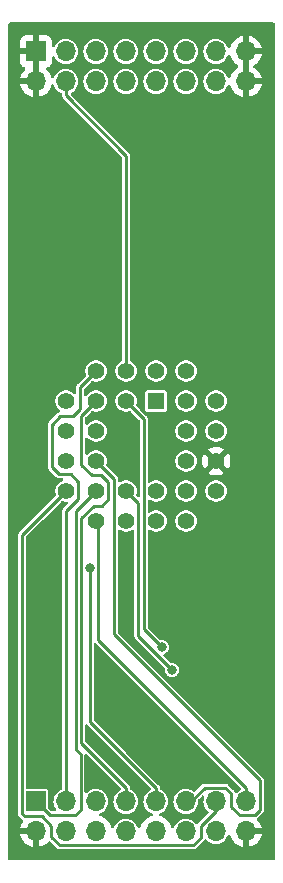
<source format=gbr>
G04 #@! TF.GenerationSoftware,KiCad,Pcbnew,(7.0.0-0)*
G04 #@! TF.CreationDate,2023-04-18T09:29:12+01:00*
G04 #@! TF.ProjectId,GAL26Adapter,47414c32-3641-4646-9170-7465722e6b69,rev?*
G04 #@! TF.SameCoordinates,Original*
G04 #@! TF.FileFunction,Copper,L2,Bot*
G04 #@! TF.FilePolarity,Positive*
%FSLAX46Y46*%
G04 Gerber Fmt 4.6, Leading zero omitted, Abs format (unit mm)*
G04 Created by KiCad (PCBNEW (7.0.0-0)) date 2023-04-18 09:29:12*
%MOMM*%
%LPD*%
G01*
G04 APERTURE LIST*
G04 #@! TA.AperFunction,ComponentPad*
%ADD10R,1.422400X1.422400*%
G04 #@! TD*
G04 #@! TA.AperFunction,ComponentPad*
%ADD11C,1.422400*%
G04 #@! TD*
G04 #@! TA.AperFunction,ComponentPad*
%ADD12R,1.700000X1.700000*%
G04 #@! TD*
G04 #@! TA.AperFunction,ComponentPad*
%ADD13O,1.700000X1.700000*%
G04 #@! TD*
G04 #@! TA.AperFunction,ViaPad*
%ADD14C,0.800000*%
G04 #@! TD*
G04 #@! TA.AperFunction,Conductor*
%ADD15C,0.250000*%
G04 #@! TD*
G04 APERTURE END LIST*
D10*
X139089999Y-109829999D03*
D11*
X136550000Y-107290000D03*
X136550000Y-109830000D03*
X134010000Y-107290000D03*
X131470000Y-109830000D03*
X134010000Y-109830000D03*
X131470000Y-112370000D03*
X134010000Y-112370000D03*
X131470000Y-114910000D03*
X134010000Y-114910000D03*
X131470000Y-117450000D03*
X134010000Y-119990000D03*
X134010000Y-117450000D03*
X136550000Y-119990000D03*
X136550000Y-117450000D03*
X139090000Y-119990000D03*
X139090000Y-117450000D03*
X141630000Y-119990000D03*
X144170000Y-117450000D03*
X141630000Y-117450000D03*
X144170000Y-114910000D03*
X141630000Y-114910000D03*
X144170000Y-112370000D03*
X141630000Y-112370000D03*
X144170000Y-109830000D03*
X141630000Y-107290000D03*
X141630000Y-109830000D03*
X139090000Y-107290000D03*
D12*
X128909999Y-80229999D03*
D13*
X128909999Y-82769999D03*
X131449999Y-80229999D03*
X131449999Y-82769999D03*
X133989999Y-80229999D03*
X133989999Y-82769999D03*
X136529999Y-80229999D03*
X136529999Y-82769999D03*
X139069999Y-80229999D03*
X139069999Y-82769999D03*
X141609999Y-80229999D03*
X141609999Y-82769999D03*
X144149999Y-80229999D03*
X144149999Y-82769999D03*
X146689999Y-80229999D03*
X146689999Y-82769999D03*
D12*
X128909999Y-143729999D03*
D13*
X128909999Y-146269999D03*
X131449999Y-143729999D03*
X131449999Y-146269999D03*
X133989999Y-143729999D03*
X133989999Y-146269999D03*
X136529999Y-143729999D03*
X136529999Y-146269999D03*
X139069999Y-143729999D03*
X139069999Y-146269999D03*
X141609999Y-143729999D03*
X141609999Y-146269999D03*
X144149999Y-143729999D03*
X144149999Y-146269999D03*
X146689999Y-143729999D03*
X146689999Y-146269999D03*
D14*
X139575200Y-130669300D03*
X133481100Y-124004200D03*
X140434700Y-132591200D03*
X129900000Y-121620000D03*
X134370000Y-132030000D03*
X139620000Y-113370000D03*
X136210000Y-113290000D03*
X142420000Y-126770000D03*
X137630000Y-103820000D03*
X134630000Y-139310000D03*
X129250000Y-117280000D03*
X130360000Y-106110000D03*
D15*
X131450000Y-82770000D02*
X131450000Y-83945300D01*
X131450000Y-83945300D02*
X136550000Y-89045300D01*
X136550000Y-89045300D02*
X136550000Y-107290000D01*
X132305400Y-139338800D02*
X132305400Y-119154600D01*
X132690000Y-144420000D02*
X132690000Y-139723400D01*
X132204700Y-144905300D02*
X132690000Y-144420000D01*
X130085300Y-144905300D02*
X132204700Y-144905300D01*
X132305400Y-119154600D02*
X134010000Y-117450000D01*
X128910000Y-143730000D02*
X130085300Y-144905300D01*
X132690000Y-139723400D02*
X132305400Y-139338800D01*
X130870600Y-116020600D02*
X131860600Y-116020600D01*
X130970000Y-111100000D02*
X130240000Y-111830000D01*
X130240000Y-115390000D02*
X130870600Y-116020600D01*
X132670000Y-110510000D02*
X132080000Y-111100000D01*
X132506600Y-116666600D02*
X132506600Y-118105800D01*
X131450000Y-119162400D02*
X131450000Y-143730000D01*
X132670000Y-108630000D02*
X132670000Y-110510000D01*
X134010000Y-107290000D02*
X132670000Y-108630000D01*
X132506600Y-118105800D02*
X131450000Y-119162400D01*
X132080000Y-111100000D02*
X130970000Y-111100000D01*
X131860600Y-116020600D02*
X132506600Y-116666600D01*
X130240000Y-111830000D02*
X130240000Y-115390000D01*
X132770000Y-115234500D02*
X133645100Y-116109600D01*
X134429600Y-116109600D02*
X135046600Y-116726600D01*
X134480000Y-118720000D02*
X133803100Y-118720000D01*
X132755800Y-119767300D02*
X132755800Y-138780500D01*
X136530000Y-142554700D02*
X136530000Y-143730000D01*
X135046600Y-118153400D02*
X134480000Y-118720000D01*
X133645100Y-116109600D02*
X134429600Y-116109600D01*
X134010000Y-109830000D02*
X132770000Y-111070000D01*
X132755800Y-138780500D02*
X136530000Y-142554700D01*
X133803100Y-118720000D02*
X132755800Y-119767300D01*
X135046600Y-116726600D02*
X135046600Y-118153400D01*
X132770000Y-111070000D02*
X132770000Y-115234500D01*
X138040800Y-111320800D02*
X138040800Y-129134900D01*
X138040800Y-129134900D02*
X139575200Y-130669300D01*
X136550000Y-109830000D02*
X138040800Y-111320800D01*
X133481100Y-136965800D02*
X139070000Y-142554700D01*
X133481100Y-124004200D02*
X133481100Y-136965800D01*
X139070000Y-143730000D02*
X139070000Y-142554700D01*
X147873000Y-144477000D02*
X147873000Y-141933000D01*
X143195300Y-142554700D02*
X144954700Y-142554700D01*
X147444600Y-144905400D02*
X147873000Y-144477000D01*
X145420000Y-143020000D02*
X145420000Y-144161000D01*
X135513300Y-129573300D02*
X135513300Y-116413300D01*
X135513300Y-116413300D02*
X134010000Y-114910000D01*
X147873000Y-141933000D02*
X135513300Y-129573300D01*
X144954700Y-142554700D02*
X145420000Y-143020000D01*
X146164400Y-144905400D02*
X147444600Y-144905400D01*
X141610000Y-143730000D02*
X142020000Y-143730000D01*
X142020000Y-143730000D02*
X143195300Y-142554700D01*
X145420000Y-144161000D02*
X146164400Y-144905400D01*
X136550000Y-117450000D02*
X137586500Y-118486500D01*
X137586500Y-118486500D02*
X137586500Y-129743000D01*
X137586500Y-129743000D02*
X140434700Y-132591200D01*
X130180000Y-146722000D02*
X130917200Y-147459200D01*
X127734600Y-144761100D02*
X127973500Y-145000000D01*
X127734600Y-121185400D02*
X127734600Y-144761100D01*
X131470000Y-117450000D02*
X127734600Y-121185400D01*
X127973500Y-145000000D02*
X129388300Y-145000000D01*
X142860000Y-145827900D02*
X144150000Y-144537900D01*
X144150000Y-144537900D02*
X144150000Y-143730000D01*
X142860000Y-146850000D02*
X142860000Y-145827900D01*
X142250800Y-147459200D02*
X142860000Y-146850000D01*
X130917200Y-147459200D02*
X142250800Y-147459200D01*
X129388300Y-145000000D02*
X130180000Y-145791700D01*
X130180000Y-145791700D02*
X130180000Y-146722000D01*
X146690000Y-142554700D02*
X134206400Y-130071100D01*
X134206400Y-120186400D02*
X134010000Y-119990000D01*
X146690000Y-143730000D02*
X146690000Y-142554700D01*
X134206400Y-130071100D02*
X134206400Y-120186400D01*
G04 #@! TA.AperFunction,Conductor*
G36*
X133968918Y-130313057D02*
G01*
X134018281Y-130343307D01*
X146261463Y-142586490D01*
X146291523Y-142635274D01*
X146296440Y-142692365D01*
X146275163Y-142745570D01*
X146232236Y-142783529D01*
X146108920Y-142849444D01*
X146108915Y-142849447D01*
X146103550Y-142852315D01*
X146098846Y-142856174D01*
X146098842Y-142856178D01*
X145948299Y-142979724D01*
X145948290Y-142979732D01*
X145943590Y-142983590D01*
X145941615Y-142985996D01*
X145884349Y-143018227D01*
X145817588Y-143016038D01*
X145761649Y-142979533D01*
X145736755Y-142927625D01*
X145736182Y-142927834D01*
X145734062Y-142922009D01*
X145732765Y-142919306D01*
X145730588Y-142906955D01*
X145725160Y-142897555D01*
X145723910Y-142894119D01*
X145722363Y-142890801D01*
X145719554Y-142880316D01*
X145699948Y-142852315D01*
X145697892Y-142849379D01*
X145692080Y-142840257D01*
X145673194Y-142807545D01*
X145664881Y-142800570D01*
X145664880Y-142800568D01*
X145644255Y-142783262D01*
X145636280Y-142775954D01*
X145198743Y-142338417D01*
X145191434Y-142330441D01*
X145174126Y-142309814D01*
X145167155Y-142301506D01*
X145157762Y-142296083D01*
X145157760Y-142296081D01*
X145134435Y-142282614D01*
X145125327Y-142276812D01*
X145094384Y-142255146D01*
X145083906Y-142252338D01*
X145080573Y-142250784D01*
X145077132Y-142249531D01*
X145067745Y-142244112D01*
X145057066Y-142242228D01*
X145057061Y-142242227D01*
X145030552Y-142237552D01*
X145019997Y-142235213D01*
X144993983Y-142228243D01*
X144983507Y-142225436D01*
X144972703Y-142226381D01*
X144972700Y-142226381D01*
X144945881Y-142228728D01*
X144935073Y-142229200D01*
X143214919Y-142229200D01*
X143204112Y-142228728D01*
X143177300Y-142226382D01*
X143177297Y-142226382D01*
X143166493Y-142225437D01*
X143156017Y-142228243D01*
X143156015Y-142228244D01*
X143130010Y-142235212D01*
X143119455Y-142237552D01*
X143092936Y-142242228D01*
X143092933Y-142242229D01*
X143082255Y-142244112D01*
X143072866Y-142249531D01*
X143069418Y-142250787D01*
X143066089Y-142252339D01*
X143055616Y-142255146D01*
X143046730Y-142261367D01*
X143046725Y-142261370D01*
X143024676Y-142276808D01*
X143015563Y-142282614D01*
X142992240Y-142296080D01*
X142992233Y-142296085D01*
X142982845Y-142301506D01*
X142975874Y-142309813D01*
X142975872Y-142309815D01*
X142958562Y-142330443D01*
X142951256Y-142338415D01*
X142408237Y-142881434D01*
X142356552Y-142912414D01*
X142296365Y-142915370D01*
X142241892Y-142889607D01*
X142201164Y-142856182D01*
X142201153Y-142856174D01*
X142196450Y-142852315D01*
X142173891Y-142840257D01*
X142019328Y-142757640D01*
X142019321Y-142757637D01*
X142013954Y-142754768D01*
X141935502Y-142730970D01*
X141821764Y-142696468D01*
X141821759Y-142696467D01*
X141815934Y-142694700D01*
X141809875Y-142694103D01*
X141809869Y-142694102D01*
X141616061Y-142675014D01*
X141610000Y-142674417D01*
X141603939Y-142675014D01*
X141410130Y-142694102D01*
X141410122Y-142694103D01*
X141404066Y-142694700D01*
X141398242Y-142696466D01*
X141398235Y-142696468D01*
X141211877Y-142752999D01*
X141211875Y-142752999D01*
X141206046Y-142754768D01*
X141200679Y-142757636D01*
X141200671Y-142757640D01*
X141028920Y-142849444D01*
X141028915Y-142849447D01*
X141023550Y-142852315D01*
X141018846Y-142856174D01*
X141018842Y-142856178D01*
X140868296Y-142979727D01*
X140868290Y-142979732D01*
X140863590Y-142983590D01*
X140859732Y-142988290D01*
X140859727Y-142988296D01*
X140736178Y-143138842D01*
X140736174Y-143138846D01*
X140732315Y-143143550D01*
X140729447Y-143148915D01*
X140729444Y-143148920D01*
X140637640Y-143320671D01*
X140637636Y-143320679D01*
X140634768Y-143326046D01*
X140632999Y-143331875D01*
X140632999Y-143331877D01*
X140576468Y-143518235D01*
X140576466Y-143518242D01*
X140574700Y-143524066D01*
X140574103Y-143530122D01*
X140574102Y-143530130D01*
X140565279Y-143619718D01*
X140554417Y-143730000D01*
X140555014Y-143736061D01*
X140574102Y-143929869D01*
X140574103Y-143929875D01*
X140574700Y-143935934D01*
X140634768Y-144133954D01*
X140732315Y-144316450D01*
X140863590Y-144476410D01*
X141023550Y-144607685D01*
X141206046Y-144705232D01*
X141404066Y-144765300D01*
X141610000Y-144785583D01*
X141815934Y-144765300D01*
X142013954Y-144705232D01*
X142196450Y-144607685D01*
X142356410Y-144476410D01*
X142487685Y-144316450D01*
X142585232Y-144133954D01*
X142645300Y-143935934D01*
X142665583Y-143730000D01*
X142654720Y-143619714D01*
X142661371Y-143565789D01*
X142690440Y-143519885D01*
X142951215Y-143259110D01*
X143007585Y-143226811D01*
X143072552Y-143227448D01*
X143128280Y-143260850D01*
X143159468Y-143317845D01*
X143157555Y-143382787D01*
X143116469Y-143518232D01*
X143116467Y-143518238D01*
X143114700Y-143524066D01*
X143114103Y-143530122D01*
X143114102Y-143530130D01*
X143105279Y-143619718D01*
X143094417Y-143730000D01*
X143095014Y-143736061D01*
X143114102Y-143929869D01*
X143114103Y-143929875D01*
X143114700Y-143935934D01*
X143174768Y-144133954D01*
X143272315Y-144316450D01*
X143403590Y-144476410D01*
X143408296Y-144480272D01*
X143408297Y-144480273D01*
X143488735Y-144546287D01*
X143527489Y-144602282D01*
X143530831Y-144670297D01*
X143497751Y-144729821D01*
X142643714Y-145583858D01*
X142635742Y-145591164D01*
X142606807Y-145615443D01*
X142606389Y-145614945D01*
X142572697Y-145640724D01*
X142519924Y-145652196D01*
X142467279Y-145640147D01*
X142424749Y-145606862D01*
X142402084Y-145579245D01*
X142356410Y-145523590D01*
X142196450Y-145392315D01*
X142095688Y-145338456D01*
X142019328Y-145297640D01*
X142019323Y-145297638D01*
X142013954Y-145294768D01*
X141935881Y-145271085D01*
X141821764Y-145236468D01*
X141821759Y-145236467D01*
X141815934Y-145234700D01*
X141809875Y-145234103D01*
X141809869Y-145234102D01*
X141616061Y-145215014D01*
X141610000Y-145214417D01*
X141603939Y-145215014D01*
X141410130Y-145234102D01*
X141410122Y-145234103D01*
X141404066Y-145234700D01*
X141398242Y-145236466D01*
X141398235Y-145236468D01*
X141211877Y-145292999D01*
X141211875Y-145292999D01*
X141206046Y-145294768D01*
X141200679Y-145297636D01*
X141200671Y-145297640D01*
X141028920Y-145389444D01*
X141028915Y-145389447D01*
X141023550Y-145392315D01*
X141018846Y-145396174D01*
X141018842Y-145396178D01*
X140868296Y-145519727D01*
X140868290Y-145519732D01*
X140863590Y-145523590D01*
X140859732Y-145528290D01*
X140859727Y-145528296D01*
X140736178Y-145678842D01*
X140736174Y-145678846D01*
X140732315Y-145683550D01*
X140729447Y-145688915D01*
X140729444Y-145688920D01*
X140637640Y-145860671D01*
X140637636Y-145860679D01*
X140634768Y-145866046D01*
X140633001Y-145871870D01*
X140632996Y-145871883D01*
X140614593Y-145932551D01*
X140581289Y-145986502D01*
X140525668Y-146016937D01*
X140462274Y-146015899D01*
X140407680Y-145983660D01*
X140376158Y-145928648D01*
X140344832Y-145811738D01*
X140341143Y-145801602D01*
X140245889Y-145597332D01*
X140240491Y-145587982D01*
X140111215Y-145403357D01*
X140104280Y-145395092D01*
X139944909Y-145235721D01*
X139936643Y-145228784D01*
X139752008Y-145099501D01*
X139742676Y-145094113D01*
X139538397Y-144998856D01*
X139528263Y-144995168D01*
X139411350Y-144963841D01*
X139356338Y-144932319D01*
X139324099Y-144877724D01*
X139323062Y-144814329D01*
X139353499Y-144758709D01*
X139407448Y-144725406D01*
X139473954Y-144705232D01*
X139656450Y-144607685D01*
X139816410Y-144476410D01*
X139947685Y-144316450D01*
X140045232Y-144133954D01*
X140105300Y-143935934D01*
X140125583Y-143730000D01*
X140105300Y-143524066D01*
X140045232Y-143326046D01*
X139947685Y-143143550D01*
X139816410Y-142983590D01*
X139656450Y-142852315D01*
X139642662Y-142844945D01*
X139479323Y-142757637D01*
X139479316Y-142757634D01*
X139473954Y-142754768D01*
X139470855Y-142753828D01*
X139431817Y-142727743D01*
X139404939Y-142687515D01*
X139395500Y-142640063D01*
X139395500Y-142574319D01*
X139395972Y-142563512D01*
X139396673Y-142555500D01*
X139399263Y-142525893D01*
X139396455Y-142515413D01*
X139389486Y-142489404D01*
X139387148Y-142478863D01*
X139380588Y-142441655D01*
X139375162Y-142432257D01*
X139373912Y-142428823D01*
X139372362Y-142425500D01*
X139369554Y-142415016D01*
X139347889Y-142384076D01*
X139342080Y-142374957D01*
X139323194Y-142342245D01*
X139314881Y-142335270D01*
X139314880Y-142335268D01*
X139294261Y-142317967D01*
X139286286Y-142310659D01*
X136573389Y-139597762D01*
X133842918Y-136867292D01*
X133816039Y-136827065D01*
X133806600Y-136779612D01*
X133806600Y-130430988D01*
X133820115Y-130374693D01*
X133857715Y-130330670D01*
X133911202Y-130308515D01*
X133968918Y-130313057D01*
G37*
G04 #@! TD.AperFunction*
G04 #@! TA.AperFunction,Conductor*
G36*
X133243618Y-137207757D02*
G01*
X133292981Y-137238007D01*
X138641463Y-142586490D01*
X138671523Y-142635274D01*
X138676440Y-142692365D01*
X138655163Y-142745570D01*
X138612236Y-142783529D01*
X138488920Y-142849444D01*
X138488915Y-142849447D01*
X138483550Y-142852315D01*
X138478846Y-142856174D01*
X138478842Y-142856178D01*
X138328296Y-142979727D01*
X138328290Y-142979732D01*
X138323590Y-142983590D01*
X138319732Y-142988290D01*
X138319727Y-142988296D01*
X138196178Y-143138842D01*
X138196174Y-143138846D01*
X138192315Y-143143550D01*
X138189447Y-143148915D01*
X138189444Y-143148920D01*
X138097640Y-143320671D01*
X138097636Y-143320679D01*
X138094768Y-143326046D01*
X138092999Y-143331875D01*
X138092999Y-143331877D01*
X138036468Y-143518235D01*
X138036466Y-143518242D01*
X138034700Y-143524066D01*
X138034103Y-143530122D01*
X138034102Y-143530130D01*
X138025279Y-143619718D01*
X138014417Y-143730000D01*
X138015014Y-143736061D01*
X138034102Y-143929869D01*
X138034103Y-143929875D01*
X138034700Y-143935934D01*
X138094768Y-144133954D01*
X138192315Y-144316450D01*
X138323590Y-144476410D01*
X138483550Y-144607685D01*
X138666046Y-144705232D01*
X138732549Y-144725405D01*
X138786501Y-144758709D01*
X138816937Y-144814329D01*
X138815900Y-144877724D01*
X138783661Y-144932319D01*
X138728649Y-144963841D01*
X138611736Y-144995168D01*
X138601602Y-144998856D01*
X138397332Y-145094110D01*
X138387982Y-145099508D01*
X138203357Y-145228784D01*
X138195092Y-145235719D01*
X138035719Y-145395092D01*
X138028784Y-145403357D01*
X137899508Y-145587982D01*
X137894110Y-145597332D01*
X137798856Y-145801602D01*
X137795168Y-145811736D01*
X137763841Y-145928649D01*
X137732319Y-145983661D01*
X137677724Y-146015900D01*
X137614329Y-146016937D01*
X137558709Y-145986501D01*
X137525405Y-145932549D01*
X137523578Y-145926526D01*
X137505232Y-145866046D01*
X137407685Y-145683550D01*
X137276410Y-145523590D01*
X137116450Y-145392315D01*
X137015688Y-145338456D01*
X136939328Y-145297640D01*
X136939323Y-145297638D01*
X136933954Y-145294768D01*
X136855881Y-145271085D01*
X136741764Y-145236468D01*
X136741759Y-145236467D01*
X136735934Y-145234700D01*
X136729875Y-145234103D01*
X136729869Y-145234102D01*
X136536061Y-145215014D01*
X136530000Y-145214417D01*
X136523939Y-145215014D01*
X136330130Y-145234102D01*
X136330122Y-145234103D01*
X136324066Y-145234700D01*
X136318242Y-145236466D01*
X136318235Y-145236468D01*
X136131877Y-145292999D01*
X136131875Y-145292999D01*
X136126046Y-145294768D01*
X136120679Y-145297636D01*
X136120671Y-145297640D01*
X135948920Y-145389444D01*
X135948915Y-145389447D01*
X135943550Y-145392315D01*
X135938846Y-145396174D01*
X135938842Y-145396178D01*
X135788296Y-145519727D01*
X135788290Y-145519732D01*
X135783590Y-145523590D01*
X135779732Y-145528290D01*
X135779727Y-145528296D01*
X135656178Y-145678842D01*
X135656174Y-145678846D01*
X135652315Y-145683550D01*
X135649447Y-145688915D01*
X135649444Y-145688920D01*
X135557640Y-145860671D01*
X135557636Y-145860679D01*
X135554768Y-145866046D01*
X135553001Y-145871870D01*
X135552996Y-145871883D01*
X135534593Y-145932551D01*
X135501289Y-145986502D01*
X135445668Y-146016937D01*
X135382274Y-146015899D01*
X135327680Y-145983660D01*
X135296158Y-145928648D01*
X135264832Y-145811738D01*
X135261143Y-145801602D01*
X135165889Y-145597332D01*
X135160491Y-145587982D01*
X135031215Y-145403357D01*
X135024280Y-145395092D01*
X134864909Y-145235721D01*
X134856643Y-145228784D01*
X134672008Y-145099501D01*
X134662676Y-145094113D01*
X134458397Y-144998856D01*
X134448263Y-144995168D01*
X134331350Y-144963841D01*
X134276338Y-144932319D01*
X134244099Y-144877724D01*
X134243062Y-144814329D01*
X134273499Y-144758709D01*
X134327448Y-144725406D01*
X134393954Y-144705232D01*
X134576450Y-144607685D01*
X134736410Y-144476410D01*
X134867685Y-144316450D01*
X134965232Y-144133954D01*
X135025300Y-143935934D01*
X135045583Y-143730000D01*
X135025300Y-143524066D01*
X134965232Y-143326046D01*
X134867685Y-143143550D01*
X134736410Y-142983590D01*
X134576450Y-142852315D01*
X134562662Y-142844945D01*
X134399328Y-142757640D01*
X134399321Y-142757637D01*
X134393954Y-142754768D01*
X134315502Y-142730970D01*
X134201764Y-142696468D01*
X134201759Y-142696467D01*
X134195934Y-142694700D01*
X134189875Y-142694103D01*
X134189869Y-142694102D01*
X133996061Y-142675014D01*
X133990000Y-142674417D01*
X133983939Y-142675014D01*
X133790130Y-142694102D01*
X133790122Y-142694103D01*
X133784066Y-142694700D01*
X133778242Y-142696466D01*
X133778235Y-142696468D01*
X133591877Y-142752999D01*
X133591875Y-142752999D01*
X133586046Y-142754768D01*
X133580679Y-142757636D01*
X133580671Y-142757640D01*
X133408920Y-142849444D01*
X133408915Y-142849447D01*
X133403550Y-142852315D01*
X133398846Y-142856174D01*
X133398842Y-142856178D01*
X133248296Y-142979727D01*
X133248290Y-142979732D01*
X133243590Y-142983590D01*
X133239732Y-142988290D01*
X133239729Y-142988294D01*
X133235355Y-142993625D01*
X133186955Y-143029522D01*
X133127347Y-143038365D01*
X133070610Y-143018065D01*
X133030142Y-142973416D01*
X133015500Y-142914962D01*
X133015500Y-139799888D01*
X133029015Y-139743593D01*
X133066615Y-139699570D01*
X133120102Y-139677415D01*
X133177818Y-139681957D01*
X133227181Y-139712207D01*
X136101464Y-142586490D01*
X136131524Y-142635274D01*
X136136441Y-142692365D01*
X136115164Y-142745571D01*
X136072237Y-142783529D01*
X135948920Y-142849444D01*
X135948915Y-142849447D01*
X135943550Y-142852315D01*
X135938846Y-142856174D01*
X135938842Y-142856178D01*
X135788296Y-142979727D01*
X135788290Y-142979732D01*
X135783590Y-142983590D01*
X135779732Y-142988290D01*
X135779727Y-142988296D01*
X135656178Y-143138842D01*
X135656174Y-143138846D01*
X135652315Y-143143550D01*
X135649447Y-143148915D01*
X135649444Y-143148920D01*
X135557640Y-143320671D01*
X135557636Y-143320679D01*
X135554768Y-143326046D01*
X135552999Y-143331875D01*
X135552999Y-143331877D01*
X135496468Y-143518235D01*
X135496466Y-143518242D01*
X135494700Y-143524066D01*
X135494103Y-143530122D01*
X135494102Y-143530130D01*
X135485279Y-143619718D01*
X135474417Y-143730000D01*
X135475014Y-143736061D01*
X135494102Y-143929869D01*
X135494103Y-143929875D01*
X135494700Y-143935934D01*
X135554768Y-144133954D01*
X135652315Y-144316450D01*
X135783590Y-144476410D01*
X135943550Y-144607685D01*
X136126046Y-144705232D01*
X136324066Y-144765300D01*
X136530000Y-144785583D01*
X136735934Y-144765300D01*
X136933954Y-144705232D01*
X137116450Y-144607685D01*
X137276410Y-144476410D01*
X137407685Y-144316450D01*
X137505232Y-144133954D01*
X137565300Y-143935934D01*
X137585583Y-143730000D01*
X137565300Y-143524066D01*
X137505232Y-143326046D01*
X137407685Y-143143550D01*
X137276410Y-142983590D01*
X137116450Y-142852315D01*
X137102662Y-142844945D01*
X136939323Y-142757637D01*
X136939316Y-142757634D01*
X136933954Y-142754768D01*
X136930855Y-142753828D01*
X136891817Y-142727743D01*
X136864939Y-142687515D01*
X136855500Y-142640063D01*
X136855500Y-142574327D01*
X136855972Y-142563519D01*
X136855973Y-142563507D01*
X136859264Y-142525893D01*
X136849481Y-142489385D01*
X136847145Y-142478843D01*
X136842472Y-142452341D01*
X136842471Y-142452337D01*
X136840588Y-142441655D01*
X136835160Y-142432255D01*
X136833910Y-142428819D01*
X136832363Y-142425501D01*
X136829554Y-142415016D01*
X136807891Y-142384078D01*
X136802080Y-142374957D01*
X136802078Y-142374953D01*
X136783194Y-142342245D01*
X136774881Y-142335270D01*
X136774880Y-142335268D01*
X136754255Y-142317962D01*
X136746280Y-142310654D01*
X133117619Y-138681993D01*
X133090739Y-138641765D01*
X133081300Y-138594312D01*
X133081300Y-137325688D01*
X133094815Y-137269393D01*
X133132415Y-137225370D01*
X133185902Y-137203215D01*
X133243618Y-137207757D01*
G37*
G04 #@! TD.AperFunction*
G04 #@! TA.AperFunction,Conductor*
G36*
X131175839Y-118317011D02*
G01*
X131186717Y-118321854D01*
X131193075Y-118323205D01*
X131193077Y-118323206D01*
X131229260Y-118330897D01*
X131374176Y-118361700D01*
X131380679Y-118361700D01*
X131491011Y-118361700D01*
X131547306Y-118375215D01*
X131591329Y-118412815D01*
X131613484Y-118466302D01*
X131608942Y-118524018D01*
X131578692Y-118573381D01*
X131233714Y-118918358D01*
X131225742Y-118925664D01*
X131205114Y-118942973D01*
X131205112Y-118942974D01*
X131196806Y-118949945D01*
X131191384Y-118959334D01*
X131191380Y-118959340D01*
X131177914Y-118982664D01*
X131172112Y-118991771D01*
X131150446Y-119022716D01*
X131147639Y-119033188D01*
X131146087Y-119036518D01*
X131144831Y-119039966D01*
X131139412Y-119049355D01*
X131137529Y-119060031D01*
X131137528Y-119060035D01*
X131132853Y-119086549D01*
X131130514Y-119097097D01*
X131120736Y-119133593D01*
X131121681Y-119144396D01*
X131121681Y-119144399D01*
X131124028Y-119171219D01*
X131124500Y-119182027D01*
X131124500Y-142640063D01*
X131115061Y-142687515D01*
X131088183Y-142727743D01*
X131049144Y-142753828D01*
X131046046Y-142754768D01*
X131040687Y-142757632D01*
X131040676Y-142757637D01*
X130868920Y-142849444D01*
X130868915Y-142849447D01*
X130863550Y-142852315D01*
X130858846Y-142856174D01*
X130858842Y-142856178D01*
X130708296Y-142979727D01*
X130708290Y-142979732D01*
X130703590Y-142983590D01*
X130699732Y-142988290D01*
X130699727Y-142988296D01*
X130576178Y-143138842D01*
X130576174Y-143138846D01*
X130572315Y-143143550D01*
X130569447Y-143148915D01*
X130569444Y-143148920D01*
X130477640Y-143320671D01*
X130477636Y-143320679D01*
X130474768Y-143326046D01*
X130472999Y-143331875D01*
X130472999Y-143331877D01*
X130416468Y-143518235D01*
X130416466Y-143518242D01*
X130414700Y-143524066D01*
X130414103Y-143530122D01*
X130414102Y-143530130D01*
X130405279Y-143619718D01*
X130394417Y-143730000D01*
X130395014Y-143736061D01*
X130414102Y-143929869D01*
X130414103Y-143929875D01*
X130414700Y-143935934D01*
X130474768Y-144133954D01*
X130572315Y-144316450D01*
X130576178Y-144321157D01*
X130622118Y-144377136D01*
X130649332Y-144440622D01*
X130638358Y-144508817D01*
X130592604Y-144560562D01*
X130526264Y-144579800D01*
X130271489Y-144579800D01*
X130224036Y-144570361D01*
X130183808Y-144543481D01*
X129996819Y-144356492D01*
X129969939Y-144316264D01*
X129960500Y-144268811D01*
X129960500Y-142866348D01*
X129960500Y-142860252D01*
X129948867Y-142801769D01*
X129904552Y-142735448D01*
X129838231Y-142691133D01*
X129826253Y-142688750D01*
X129826252Y-142688750D01*
X129785728Y-142680689D01*
X129785723Y-142680688D01*
X129779748Y-142679500D01*
X129773652Y-142679500D01*
X128184100Y-142679500D01*
X128122100Y-142662887D01*
X128076713Y-142617500D01*
X128060100Y-142555500D01*
X128060100Y-121371588D01*
X128069539Y-121324135D01*
X128096419Y-121283907D01*
X129501906Y-119878420D01*
X131037720Y-118342605D01*
X131078949Y-118315317D01*
X131127567Y-118306307D01*
X131175839Y-118317011D01*
G37*
G04 #@! TD.AperFunction*
G04 #@! TA.AperFunction,Conductor*
G36*
X149088000Y-77786613D02*
G01*
X149133387Y-77832000D01*
X149150000Y-77894000D01*
X149150000Y-148606000D01*
X149133387Y-148668000D01*
X149088000Y-148713387D01*
X149026000Y-148730000D01*
X126694017Y-148730000D01*
X126632012Y-148713384D01*
X126586624Y-148667990D01*
X126570017Y-148605983D01*
X126570133Y-147787518D01*
X126570311Y-146522551D01*
X127582688Y-146522551D01*
X127583056Y-146533780D01*
X127635168Y-146728263D01*
X127638856Y-146738397D01*
X127734113Y-146942676D01*
X127739501Y-146952008D01*
X127868784Y-147136643D01*
X127875721Y-147144909D01*
X128035090Y-147304278D01*
X128043356Y-147311215D01*
X128227991Y-147440498D01*
X128237323Y-147445886D01*
X128441602Y-147541143D01*
X128451736Y-147544831D01*
X128646219Y-147596943D01*
X128657448Y-147597311D01*
X128660000Y-147586369D01*
X128660000Y-146536326D01*
X128656549Y-146523450D01*
X128643674Y-146520000D01*
X127593631Y-146520000D01*
X127582688Y-146522551D01*
X126570311Y-146522551D01*
X126570555Y-144789907D01*
X127405336Y-144789907D01*
X127408143Y-144800383D01*
X127415113Y-144826397D01*
X127417452Y-144836952D01*
X127422127Y-144863461D01*
X127422128Y-144863466D01*
X127424012Y-144874145D01*
X127429431Y-144883532D01*
X127430684Y-144886973D01*
X127432238Y-144890306D01*
X127435046Y-144900784D01*
X127456712Y-144931727D01*
X127462514Y-144940835D01*
X127475981Y-144964160D01*
X127475983Y-144964162D01*
X127481406Y-144973555D01*
X127510357Y-144997847D01*
X127518318Y-145005144D01*
X127729450Y-145216276D01*
X127736759Y-145224251D01*
X127745496Y-145234664D01*
X127761045Y-145253194D01*
X127793763Y-145272083D01*
X127802863Y-145277880D01*
X127804468Y-145279004D01*
X127845732Y-145328173D01*
X127856882Y-145391388D01*
X127834928Y-145451708D01*
X127739508Y-145587982D01*
X127734110Y-145597332D01*
X127638856Y-145801602D01*
X127635168Y-145811736D01*
X127583056Y-146006219D01*
X127582688Y-146017448D01*
X127593631Y-146020000D01*
X129036000Y-146020000D01*
X129098000Y-146036613D01*
X129143387Y-146082000D01*
X129160000Y-146144000D01*
X129160000Y-147586369D01*
X129162551Y-147597311D01*
X129173780Y-147596943D01*
X129368263Y-147544831D01*
X129378397Y-147541143D01*
X129582676Y-147445886D01*
X129592008Y-147440498D01*
X129776643Y-147311215D01*
X129784909Y-147304278D01*
X129944275Y-147144912D01*
X129947766Y-147140752D01*
X130003753Y-147102746D01*
X130071355Y-147099792D01*
X130130442Y-147132768D01*
X130438171Y-147440498D01*
X130673155Y-147675482D01*
X130680462Y-147683455D01*
X130704745Y-147712394D01*
X130737466Y-147731285D01*
X130746576Y-147737089D01*
X130777516Y-147758754D01*
X130788000Y-147761562D01*
X130791323Y-147763112D01*
X130794757Y-147764362D01*
X130804155Y-147769788D01*
X130841363Y-147776348D01*
X130851904Y-147778686D01*
X130877913Y-147785655D01*
X130877914Y-147785655D01*
X130888393Y-147788463D01*
X130926010Y-147785172D01*
X130936818Y-147784700D01*
X142231173Y-147784700D01*
X142241980Y-147785171D01*
X142279607Y-147788464D01*
X142316124Y-147778678D01*
X142326630Y-147776349D01*
X142363845Y-147769788D01*
X142373251Y-147764356D01*
X142376700Y-147763101D01*
X142379999Y-147761562D01*
X142390484Y-147758754D01*
X142421435Y-147737080D01*
X142430533Y-147731285D01*
X142463255Y-147712394D01*
X142487548Y-147683441D01*
X142494836Y-147675488D01*
X143076290Y-147094034D01*
X143084242Y-147086747D01*
X143113194Y-147062455D01*
X143132085Y-147029733D01*
X143137880Y-147020635D01*
X143159554Y-146989684D01*
X143159807Y-146988739D01*
X143194773Y-146946247D01*
X143252308Y-146923418D01*
X143313711Y-146931245D01*
X143363680Y-146967779D01*
X143398086Y-147009704D01*
X143403590Y-147016410D01*
X143563550Y-147147685D01*
X143746046Y-147245232D01*
X143944066Y-147305300D01*
X144150000Y-147325583D01*
X144355934Y-147305300D01*
X144553954Y-147245232D01*
X144736450Y-147147685D01*
X144896410Y-147016410D01*
X145027685Y-146856450D01*
X145125232Y-146673954D01*
X145145406Y-146607448D01*
X145178709Y-146553499D01*
X145234329Y-146523062D01*
X145297724Y-146524099D01*
X145352319Y-146556338D01*
X145383841Y-146611350D01*
X145415168Y-146728263D01*
X145418856Y-146738397D01*
X145514113Y-146942676D01*
X145519501Y-146952008D01*
X145648784Y-147136643D01*
X145655721Y-147144909D01*
X145815090Y-147304278D01*
X145823356Y-147311215D01*
X146007991Y-147440498D01*
X146017323Y-147445886D01*
X146221602Y-147541143D01*
X146231736Y-147544831D01*
X146426219Y-147596943D01*
X146437448Y-147597311D01*
X146440000Y-147586369D01*
X146940000Y-147586369D01*
X146942551Y-147597311D01*
X146953780Y-147596943D01*
X147148263Y-147544831D01*
X147158397Y-147541143D01*
X147362676Y-147445886D01*
X147372008Y-147440498D01*
X147556643Y-147311215D01*
X147564909Y-147304278D01*
X147724278Y-147144909D01*
X147731215Y-147136643D01*
X147860498Y-146952008D01*
X147865886Y-146942676D01*
X147961143Y-146738397D01*
X147964831Y-146728263D01*
X148016943Y-146533780D01*
X148017311Y-146522551D01*
X148006369Y-146520000D01*
X146956326Y-146520000D01*
X146943450Y-146523450D01*
X146940000Y-146536326D01*
X146940000Y-147586369D01*
X146440000Y-147586369D01*
X146440000Y-146144000D01*
X146456613Y-146082000D01*
X146502000Y-146036613D01*
X146564000Y-146020000D01*
X148006369Y-146020000D01*
X148017311Y-146017448D01*
X148016943Y-146006219D01*
X147964831Y-145811736D01*
X147961143Y-145801602D01*
X147865889Y-145597332D01*
X147860491Y-145587982D01*
X147731215Y-145403357D01*
X147724280Y-145395092D01*
X147659363Y-145330175D01*
X147626385Y-145271085D01*
X147629342Y-145203480D01*
X147658812Y-145160070D01*
X147657054Y-145158595D01*
X147657139Y-145158494D01*
X147681348Y-145129641D01*
X147688636Y-145121688D01*
X148089290Y-144721034D01*
X148097242Y-144713747D01*
X148126194Y-144689455D01*
X148145085Y-144656733D01*
X148150880Y-144647635D01*
X148172554Y-144616684D01*
X148175362Y-144606199D01*
X148176901Y-144602900D01*
X148178156Y-144599451D01*
X148183588Y-144590045D01*
X148190149Y-144552830D01*
X148192478Y-144542324D01*
X148202264Y-144505807D01*
X148198971Y-144468180D01*
X148198500Y-144457373D01*
X148198500Y-141952616D01*
X148198972Y-141941808D01*
X148202263Y-141904193D01*
X148192486Y-141867704D01*
X148190148Y-141857163D01*
X148183588Y-141819955D01*
X148178162Y-141810557D01*
X148176912Y-141807123D01*
X148175362Y-141803800D01*
X148172554Y-141793316D01*
X148150889Y-141762376D01*
X148145085Y-141753266D01*
X148126194Y-141720545D01*
X148117881Y-141713570D01*
X148117880Y-141713568D01*
X148097261Y-141696267D01*
X148089286Y-141688959D01*
X135875119Y-129474793D01*
X135848239Y-129434565D01*
X135838800Y-129387112D01*
X135838800Y-120843571D01*
X135857073Y-120778781D01*
X135906505Y-120733086D01*
X135972529Y-120719953D01*
X136035685Y-120743253D01*
X136086379Y-120780084D01*
X136086383Y-120780086D01*
X136091639Y-120783905D01*
X136266717Y-120861854D01*
X136273075Y-120863205D01*
X136273077Y-120863206D01*
X136309260Y-120870897D01*
X136454176Y-120901700D01*
X136639321Y-120901700D01*
X136645824Y-120901700D01*
X136833283Y-120861854D01*
X137008361Y-120783905D01*
X137027914Y-120769699D01*
X137064115Y-120743398D01*
X137127271Y-120720098D01*
X137193295Y-120733231D01*
X137242727Y-120778926D01*
X137261000Y-120843716D01*
X137261000Y-129723373D01*
X137260528Y-129734181D01*
X137258181Y-129761000D01*
X137258181Y-129761003D01*
X137257236Y-129771807D01*
X137260043Y-129782283D01*
X137267013Y-129808297D01*
X137269352Y-129818852D01*
X137274027Y-129845361D01*
X137274028Y-129845366D01*
X137275912Y-129856045D01*
X137281331Y-129865432D01*
X137282584Y-129868873D01*
X137284138Y-129872206D01*
X137286946Y-129882684D01*
X137308612Y-129913627D01*
X137314414Y-129922735D01*
X137327881Y-129946060D01*
X137327883Y-129946062D01*
X137333306Y-129955455D01*
X137362257Y-129979747D01*
X137370218Y-129987044D01*
X139802688Y-132419514D01*
X139832426Y-132467336D01*
X139837946Y-132523379D01*
X139830079Y-132583139D01*
X139829018Y-132591200D01*
X139830079Y-132599259D01*
X139848594Y-132739902D01*
X139848595Y-132739908D01*
X139849656Y-132747962D01*
X139910164Y-132894041D01*
X140006418Y-133019482D01*
X140131859Y-133115736D01*
X140277938Y-133176244D01*
X140434700Y-133196882D01*
X140591462Y-133176244D01*
X140737541Y-133115736D01*
X140862982Y-133019482D01*
X140959236Y-132894041D01*
X141019744Y-132747962D01*
X141040382Y-132591200D01*
X141019744Y-132434438D01*
X140959236Y-132288359D01*
X140862982Y-132162918D01*
X140737541Y-132066664D01*
X140730033Y-132063554D01*
X140598971Y-132009266D01*
X140598968Y-132009265D01*
X140591462Y-132006156D01*
X140583408Y-132005095D01*
X140583402Y-132005094D01*
X140442759Y-131986579D01*
X140434700Y-131985518D01*
X140426641Y-131986579D01*
X140426639Y-131986579D01*
X140366879Y-131994446D01*
X140310836Y-131988926D01*
X140263014Y-131959188D01*
X139740296Y-131436470D01*
X139709316Y-131384784D01*
X139706360Y-131324597D01*
X139732124Y-131270124D01*
X139780523Y-131234229D01*
X139878041Y-131193836D01*
X140003482Y-131097582D01*
X140099736Y-130972141D01*
X140160244Y-130826062D01*
X140180882Y-130669300D01*
X140160244Y-130512538D01*
X140099736Y-130366459D01*
X140003482Y-130241018D01*
X139878041Y-130144764D01*
X139769747Y-130099907D01*
X139739471Y-130087366D01*
X139739468Y-130087365D01*
X139731962Y-130084256D01*
X139723908Y-130083195D01*
X139723902Y-130083194D01*
X139583259Y-130064679D01*
X139575200Y-130063618D01*
X139567141Y-130064679D01*
X139567139Y-130064679D01*
X139507379Y-130072546D01*
X139451336Y-130067026D01*
X139403514Y-130037288D01*
X138402619Y-129036393D01*
X138375739Y-128996165D01*
X138366300Y-128948712D01*
X138366300Y-120834489D01*
X138384573Y-120769699D01*
X138434005Y-120724004D01*
X138500029Y-120710871D01*
X138563185Y-120734171D01*
X138626379Y-120780084D01*
X138626383Y-120780086D01*
X138631639Y-120783905D01*
X138806717Y-120861854D01*
X138813075Y-120863205D01*
X138813077Y-120863206D01*
X138849260Y-120870897D01*
X138994176Y-120901700D01*
X139179321Y-120901700D01*
X139185824Y-120901700D01*
X139373283Y-120861854D01*
X139548361Y-120783905D01*
X139703407Y-120671257D01*
X139831644Y-120528836D01*
X139927467Y-120362864D01*
X139986689Y-120180597D01*
X140006722Y-119990000D01*
X140713278Y-119990000D01*
X140713957Y-119996460D01*
X140732631Y-120174135D01*
X140732632Y-120174142D01*
X140733311Y-120180597D01*
X140792533Y-120362864D01*
X140795780Y-120368488D01*
X140795781Y-120368490D01*
X140883888Y-120521098D01*
X140888356Y-120528836D01*
X140892700Y-120533661D01*
X140892702Y-120533663D01*
X140940431Y-120586671D01*
X141016593Y-120671257D01*
X141021843Y-120675071D01*
X141021846Y-120675074D01*
X141152086Y-120769699D01*
X141171639Y-120783905D01*
X141346717Y-120861854D01*
X141353075Y-120863205D01*
X141353077Y-120863206D01*
X141389260Y-120870897D01*
X141534176Y-120901700D01*
X141719321Y-120901700D01*
X141725824Y-120901700D01*
X141913283Y-120861854D01*
X142088361Y-120783905D01*
X142243407Y-120671257D01*
X142371644Y-120528836D01*
X142467467Y-120362864D01*
X142526689Y-120180597D01*
X142546722Y-119990000D01*
X142526689Y-119799403D01*
X142467467Y-119617136D01*
X142371644Y-119451164D01*
X142243407Y-119308743D01*
X142238157Y-119304928D01*
X142238153Y-119304925D01*
X142093615Y-119199912D01*
X142093613Y-119199910D01*
X142088361Y-119196095D01*
X141913283Y-119118146D01*
X141906930Y-119116795D01*
X141906922Y-119116793D01*
X141732186Y-119079652D01*
X141732183Y-119079651D01*
X141725824Y-119078300D01*
X141534176Y-119078300D01*
X141527817Y-119079651D01*
X141527813Y-119079652D01*
X141353077Y-119116793D01*
X141353066Y-119116796D01*
X141346717Y-119118146D01*
X141340779Y-119120789D01*
X141340778Y-119120790D01*
X141177572Y-119193453D01*
X141177568Y-119193455D01*
X141171639Y-119196095D01*
X141166390Y-119199908D01*
X141166384Y-119199912D01*
X141021846Y-119304925D01*
X141021837Y-119304932D01*
X141016593Y-119308743D01*
X141012249Y-119313566D01*
X141012246Y-119313570D01*
X140892702Y-119446336D01*
X140892697Y-119446342D01*
X140888356Y-119451164D01*
X140885111Y-119456784D01*
X140885107Y-119456790D01*
X140795781Y-119611509D01*
X140795778Y-119611514D01*
X140792533Y-119617136D01*
X140790527Y-119623308D01*
X140790525Y-119623314D01*
X140735319Y-119793222D01*
X140733311Y-119799403D01*
X140732632Y-119805855D01*
X140732631Y-119805864D01*
X140722514Y-119902126D01*
X140713278Y-119990000D01*
X140006722Y-119990000D01*
X139986689Y-119799403D01*
X139927467Y-119617136D01*
X139831644Y-119451164D01*
X139703407Y-119308743D01*
X139698157Y-119304928D01*
X139698153Y-119304925D01*
X139553615Y-119199912D01*
X139553613Y-119199910D01*
X139548361Y-119196095D01*
X139373283Y-119118146D01*
X139366930Y-119116795D01*
X139366922Y-119116793D01*
X139192186Y-119079652D01*
X139192183Y-119079651D01*
X139185824Y-119078300D01*
X138994176Y-119078300D01*
X138987817Y-119079651D01*
X138987813Y-119079652D01*
X138813077Y-119116793D01*
X138813066Y-119116796D01*
X138806717Y-119118146D01*
X138800779Y-119120789D01*
X138800778Y-119120790D01*
X138637572Y-119193453D01*
X138637568Y-119193455D01*
X138631639Y-119196095D01*
X138626389Y-119199908D01*
X138626379Y-119199915D01*
X138563185Y-119245829D01*
X138500029Y-119269129D01*
X138434005Y-119255996D01*
X138384573Y-119210301D01*
X138366300Y-119145511D01*
X138366300Y-118294489D01*
X138384573Y-118229699D01*
X138434005Y-118184004D01*
X138500029Y-118170871D01*
X138563185Y-118194171D01*
X138626379Y-118240084D01*
X138626383Y-118240086D01*
X138631639Y-118243905D01*
X138806717Y-118321854D01*
X138813075Y-118323205D01*
X138813077Y-118323206D01*
X138849260Y-118330897D01*
X138994176Y-118361700D01*
X139179321Y-118361700D01*
X139185824Y-118361700D01*
X139373283Y-118321854D01*
X139548361Y-118243905D01*
X139703407Y-118131257D01*
X139831644Y-117988836D01*
X139927467Y-117822864D01*
X139986689Y-117640597D01*
X140006722Y-117450000D01*
X140713278Y-117450000D01*
X140713957Y-117456460D01*
X140732631Y-117634135D01*
X140732632Y-117634142D01*
X140733311Y-117640597D01*
X140735319Y-117646777D01*
X140770100Y-117753824D01*
X140792533Y-117822864D01*
X140795780Y-117828488D01*
X140795781Y-117828490D01*
X140879526Y-117973543D01*
X140888356Y-117988836D01*
X141016593Y-118131257D01*
X141021843Y-118135071D01*
X141021846Y-118135074D01*
X141152086Y-118229699D01*
X141171639Y-118243905D01*
X141346717Y-118321854D01*
X141353075Y-118323205D01*
X141353077Y-118323206D01*
X141389260Y-118330897D01*
X141534176Y-118361700D01*
X141719321Y-118361700D01*
X141725824Y-118361700D01*
X141913283Y-118321854D01*
X142088361Y-118243905D01*
X142243407Y-118131257D01*
X142371644Y-117988836D01*
X142467467Y-117822864D01*
X142526689Y-117640597D01*
X142546722Y-117450000D01*
X143253278Y-117450000D01*
X143253957Y-117456460D01*
X143272631Y-117634135D01*
X143272632Y-117634142D01*
X143273311Y-117640597D01*
X143275319Y-117646777D01*
X143310100Y-117753824D01*
X143332533Y-117822864D01*
X143335780Y-117828488D01*
X143335781Y-117828490D01*
X143419526Y-117973543D01*
X143428356Y-117988836D01*
X143556593Y-118131257D01*
X143561843Y-118135071D01*
X143561846Y-118135074D01*
X143692086Y-118229699D01*
X143711639Y-118243905D01*
X143886717Y-118321854D01*
X143893075Y-118323205D01*
X143893077Y-118323206D01*
X143929260Y-118330897D01*
X144074176Y-118361700D01*
X144259321Y-118361700D01*
X144265824Y-118361700D01*
X144453283Y-118321854D01*
X144628361Y-118243905D01*
X144783407Y-118131257D01*
X144911644Y-117988836D01*
X145007467Y-117822864D01*
X145066689Y-117640597D01*
X145086722Y-117450000D01*
X145066689Y-117259403D01*
X145007467Y-117077136D01*
X144911644Y-116911164D01*
X144783407Y-116768743D01*
X144778157Y-116764928D01*
X144778153Y-116764925D01*
X144633615Y-116659912D01*
X144633613Y-116659910D01*
X144628361Y-116656095D01*
X144453283Y-116578146D01*
X144446930Y-116576795D01*
X144446922Y-116576793D01*
X144272186Y-116539652D01*
X144272183Y-116539651D01*
X144265824Y-116538300D01*
X144074176Y-116538300D01*
X144067817Y-116539651D01*
X144067813Y-116539652D01*
X143893077Y-116576793D01*
X143893066Y-116576796D01*
X143886717Y-116578146D01*
X143880779Y-116580789D01*
X143880778Y-116580790D01*
X143717572Y-116653453D01*
X143717568Y-116653455D01*
X143711639Y-116656095D01*
X143706390Y-116659908D01*
X143706384Y-116659912D01*
X143561846Y-116764925D01*
X143561837Y-116764932D01*
X143556593Y-116768743D01*
X143552249Y-116773566D01*
X143552246Y-116773570D01*
X143432702Y-116906336D01*
X143432697Y-116906342D01*
X143428356Y-116911164D01*
X143425111Y-116916784D01*
X143425107Y-116916790D01*
X143335781Y-117071509D01*
X143335778Y-117071514D01*
X143332533Y-117077136D01*
X143330527Y-117083308D01*
X143330525Y-117083314D01*
X143275319Y-117253222D01*
X143273311Y-117259403D01*
X143272632Y-117265855D01*
X143272631Y-117265864D01*
X143254190Y-117441322D01*
X143253278Y-117450000D01*
X142546722Y-117450000D01*
X142526689Y-117259403D01*
X142467467Y-117077136D01*
X142371644Y-116911164D01*
X142243407Y-116768743D01*
X142238157Y-116764928D01*
X142238153Y-116764925D01*
X142093615Y-116659912D01*
X142093613Y-116659910D01*
X142088361Y-116656095D01*
X141913283Y-116578146D01*
X141906930Y-116576795D01*
X141906922Y-116576793D01*
X141732186Y-116539652D01*
X141732183Y-116539651D01*
X141725824Y-116538300D01*
X141534176Y-116538300D01*
X141527817Y-116539651D01*
X141527813Y-116539652D01*
X141353077Y-116576793D01*
X141353066Y-116576796D01*
X141346717Y-116578146D01*
X141340779Y-116580789D01*
X141340778Y-116580790D01*
X141177572Y-116653453D01*
X141177568Y-116653455D01*
X141171639Y-116656095D01*
X141166390Y-116659908D01*
X141166384Y-116659912D01*
X141021846Y-116764925D01*
X141021837Y-116764932D01*
X141016593Y-116768743D01*
X141012249Y-116773566D01*
X141012246Y-116773570D01*
X140892702Y-116906336D01*
X140892697Y-116906342D01*
X140888356Y-116911164D01*
X140885111Y-116916784D01*
X140885107Y-116916790D01*
X140795781Y-117071509D01*
X140795778Y-117071514D01*
X140792533Y-117077136D01*
X140790527Y-117083308D01*
X140790525Y-117083314D01*
X140735319Y-117253222D01*
X140733311Y-117259403D01*
X140732632Y-117265855D01*
X140732631Y-117265864D01*
X140714190Y-117441322D01*
X140713278Y-117450000D01*
X140006722Y-117450000D01*
X139986689Y-117259403D01*
X139927467Y-117077136D01*
X139831644Y-116911164D01*
X139703407Y-116768743D01*
X139698157Y-116764928D01*
X139698153Y-116764925D01*
X139553615Y-116659912D01*
X139553613Y-116659910D01*
X139548361Y-116656095D01*
X139373283Y-116578146D01*
X139366930Y-116576795D01*
X139366922Y-116576793D01*
X139192186Y-116539652D01*
X139192183Y-116539651D01*
X139185824Y-116538300D01*
X138994176Y-116538300D01*
X138987817Y-116539651D01*
X138987813Y-116539652D01*
X138813077Y-116576793D01*
X138813066Y-116576796D01*
X138806717Y-116578146D01*
X138800779Y-116580789D01*
X138800778Y-116580790D01*
X138637572Y-116653453D01*
X138637568Y-116653455D01*
X138631639Y-116656095D01*
X138626389Y-116659908D01*
X138626379Y-116659915D01*
X138563185Y-116705829D01*
X138500029Y-116729129D01*
X138434005Y-116715996D01*
X138384573Y-116670301D01*
X138366300Y-116605511D01*
X138366300Y-115924943D01*
X143511978Y-115924943D01*
X143519411Y-115933055D01*
X143557648Y-115959829D01*
X143566993Y-115965225D01*
X143749253Y-116050214D01*
X143759395Y-116053906D01*
X143953649Y-116105956D01*
X143964264Y-116107827D01*
X144164605Y-116125355D01*
X144175395Y-116125355D01*
X144375735Y-116107827D01*
X144386350Y-116105956D01*
X144580604Y-116053906D01*
X144590746Y-116050214D01*
X144773008Y-115965224D01*
X144782346Y-115959833D01*
X144820589Y-115933054D01*
X144828021Y-115924944D01*
X144822107Y-115915661D01*
X144181542Y-115275095D01*
X144170000Y-115268431D01*
X144158457Y-115275095D01*
X143517891Y-115915661D01*
X143511978Y-115924943D01*
X138366300Y-115924943D01*
X138366300Y-114910000D01*
X140713278Y-114910000D01*
X140713957Y-114916460D01*
X140732631Y-115094135D01*
X140732632Y-115094142D01*
X140733311Y-115100597D01*
X140735319Y-115106777D01*
X140790008Y-115275095D01*
X140792533Y-115282864D01*
X140795780Y-115288488D01*
X140795781Y-115288490D01*
X140864779Y-115408000D01*
X140888356Y-115448836D01*
X140892700Y-115453661D01*
X140892702Y-115453663D01*
X140915105Y-115478544D01*
X141016593Y-115591257D01*
X141021843Y-115595071D01*
X141021846Y-115595074D01*
X141165594Y-115699513D01*
X141171639Y-115703905D01*
X141346717Y-115781854D01*
X141353075Y-115783205D01*
X141353077Y-115783206D01*
X141389260Y-115790897D01*
X141534176Y-115821700D01*
X141719321Y-115821700D01*
X141725824Y-115821700D01*
X141913283Y-115781854D01*
X142088361Y-115703905D01*
X142243407Y-115591257D01*
X142371644Y-115448836D01*
X142467467Y-115282864D01*
X142526689Y-115100597D01*
X142546155Y-114915395D01*
X142954645Y-114915395D01*
X142972172Y-115115735D01*
X142974043Y-115126350D01*
X143026093Y-115320604D01*
X143029785Y-115330746D01*
X143114776Y-115513011D01*
X143120164Y-115522343D01*
X143146945Y-115560590D01*
X143155054Y-115568021D01*
X143164337Y-115562107D01*
X143804903Y-114921542D01*
X143811567Y-114910000D01*
X144528431Y-114910000D01*
X144535095Y-114921542D01*
X145175661Y-115562107D01*
X145184944Y-115568021D01*
X145193054Y-115560589D01*
X145219833Y-115522346D01*
X145225224Y-115513008D01*
X145310214Y-115330746D01*
X145313906Y-115320604D01*
X145365956Y-115126350D01*
X145367827Y-115115735D01*
X145385355Y-114915395D01*
X145385355Y-114904605D01*
X145367827Y-114704264D01*
X145365956Y-114693649D01*
X145313906Y-114499395D01*
X145310214Y-114489253D01*
X145225226Y-114306997D01*
X145219828Y-114297647D01*
X145193054Y-114259410D01*
X145184943Y-114251977D01*
X145175664Y-114257888D01*
X144535095Y-114898457D01*
X144528431Y-114910000D01*
X143811567Y-114910000D01*
X143804903Y-114898457D01*
X143164334Y-114257888D01*
X143155055Y-114251977D01*
X143146944Y-114259410D01*
X143120169Y-114297650D01*
X143114774Y-114306995D01*
X143029785Y-114489253D01*
X143026093Y-114499395D01*
X142974043Y-114693649D01*
X142972172Y-114704264D01*
X142954645Y-114904605D01*
X142954645Y-114915395D01*
X142546155Y-114915395D01*
X142546722Y-114910000D01*
X142526689Y-114719403D01*
X142467467Y-114537136D01*
X142371644Y-114371164D01*
X142243407Y-114228743D01*
X142238157Y-114224928D01*
X142238153Y-114224925D01*
X142093615Y-114119912D01*
X142093613Y-114119910D01*
X142088361Y-114116095D01*
X141913283Y-114038146D01*
X141906930Y-114036795D01*
X141906922Y-114036793D01*
X141732186Y-113999652D01*
X141732183Y-113999651D01*
X141725824Y-113998300D01*
X141534176Y-113998300D01*
X141527817Y-113999651D01*
X141527813Y-113999652D01*
X141353077Y-114036793D01*
X141353066Y-114036796D01*
X141346717Y-114038146D01*
X141340779Y-114040789D01*
X141340778Y-114040790D01*
X141177572Y-114113453D01*
X141177568Y-114113455D01*
X141171639Y-114116095D01*
X141166390Y-114119908D01*
X141166384Y-114119912D01*
X141021846Y-114224925D01*
X141021837Y-114224932D01*
X141016593Y-114228743D01*
X141012249Y-114233566D01*
X141012246Y-114233570D01*
X140892702Y-114366336D01*
X140892697Y-114366342D01*
X140888356Y-114371164D01*
X140885111Y-114376784D01*
X140885107Y-114376790D01*
X140795781Y-114531509D01*
X140795778Y-114531514D01*
X140792533Y-114537136D01*
X140790527Y-114543308D01*
X140790525Y-114543314D01*
X140741679Y-114693649D01*
X140733311Y-114719403D01*
X140732632Y-114725855D01*
X140732631Y-114725864D01*
X140715500Y-114888860D01*
X140713278Y-114910000D01*
X138366300Y-114910000D01*
X138366300Y-113895055D01*
X143511977Y-113895055D01*
X143517888Y-113904334D01*
X144158457Y-114544903D01*
X144170000Y-114551567D01*
X144181542Y-114544903D01*
X144822107Y-113904337D01*
X144828021Y-113895054D01*
X144820590Y-113886945D01*
X144782343Y-113860164D01*
X144773011Y-113854776D01*
X144590746Y-113769785D01*
X144580604Y-113766093D01*
X144386350Y-113714043D01*
X144375735Y-113712172D01*
X144175395Y-113694645D01*
X144164605Y-113694645D01*
X143964264Y-113712172D01*
X143953649Y-113714043D01*
X143759395Y-113766093D01*
X143749253Y-113769785D01*
X143566995Y-113854774D01*
X143557650Y-113860169D01*
X143519410Y-113886944D01*
X143511977Y-113895055D01*
X138366300Y-113895055D01*
X138366300Y-112370000D01*
X140713278Y-112370000D01*
X140713957Y-112376460D01*
X140732631Y-112554135D01*
X140732632Y-112554142D01*
X140733311Y-112560597D01*
X140792533Y-112742864D01*
X140795780Y-112748488D01*
X140795781Y-112748490D01*
X140882736Y-112899103D01*
X140888356Y-112908836D01*
X140892700Y-112913661D01*
X140892702Y-112913663D01*
X140931649Y-112956918D01*
X141016593Y-113051257D01*
X141021843Y-113055071D01*
X141021846Y-113055074D01*
X141165594Y-113159513D01*
X141171639Y-113163905D01*
X141346717Y-113241854D01*
X141353075Y-113243205D01*
X141353077Y-113243206D01*
X141389260Y-113250897D01*
X141534176Y-113281700D01*
X141719321Y-113281700D01*
X141725824Y-113281700D01*
X141913283Y-113241854D01*
X142088361Y-113163905D01*
X142243407Y-113051257D01*
X142371644Y-112908836D01*
X142467467Y-112742864D01*
X142526689Y-112560597D01*
X142546722Y-112370000D01*
X143253278Y-112370000D01*
X143253957Y-112376460D01*
X143272631Y-112554135D01*
X143272632Y-112554142D01*
X143273311Y-112560597D01*
X143332533Y-112742864D01*
X143335780Y-112748488D01*
X143335781Y-112748490D01*
X143422736Y-112899103D01*
X143428356Y-112908836D01*
X143432700Y-112913661D01*
X143432702Y-112913663D01*
X143471649Y-112956918D01*
X143556593Y-113051257D01*
X143561843Y-113055071D01*
X143561846Y-113055074D01*
X143705594Y-113159513D01*
X143711639Y-113163905D01*
X143886717Y-113241854D01*
X143893075Y-113243205D01*
X143893077Y-113243206D01*
X143929260Y-113250897D01*
X144074176Y-113281700D01*
X144259321Y-113281700D01*
X144265824Y-113281700D01*
X144453283Y-113241854D01*
X144628361Y-113163905D01*
X144783407Y-113051257D01*
X144911644Y-112908836D01*
X145007467Y-112742864D01*
X145066689Y-112560597D01*
X145086722Y-112370000D01*
X145066689Y-112179403D01*
X145007467Y-111997136D01*
X144911644Y-111831164D01*
X144783407Y-111688743D01*
X144778157Y-111684928D01*
X144778153Y-111684925D01*
X144633615Y-111579912D01*
X144633613Y-111579910D01*
X144628361Y-111576095D01*
X144453283Y-111498146D01*
X144446930Y-111496795D01*
X144446922Y-111496793D01*
X144272186Y-111459652D01*
X144272183Y-111459651D01*
X144265824Y-111458300D01*
X144074176Y-111458300D01*
X144067817Y-111459651D01*
X144067813Y-111459652D01*
X143893077Y-111496793D01*
X143893066Y-111496796D01*
X143886717Y-111498146D01*
X143880779Y-111500789D01*
X143880778Y-111500790D01*
X143717572Y-111573453D01*
X143717568Y-111573455D01*
X143711639Y-111576095D01*
X143706390Y-111579908D01*
X143706384Y-111579912D01*
X143561846Y-111684925D01*
X143561837Y-111684932D01*
X143556593Y-111688743D01*
X143552249Y-111693566D01*
X143552246Y-111693570D01*
X143432702Y-111826336D01*
X143432697Y-111826342D01*
X143428356Y-111831164D01*
X143425111Y-111836784D01*
X143425107Y-111836790D01*
X143335781Y-111991509D01*
X143335778Y-111991514D01*
X143332533Y-111997136D01*
X143330527Y-112003308D01*
X143330525Y-112003314D01*
X143275319Y-112173222D01*
X143273311Y-112179403D01*
X143272632Y-112185855D01*
X143272631Y-112185864D01*
X143255500Y-112348860D01*
X143253278Y-112370000D01*
X142546722Y-112370000D01*
X142526689Y-112179403D01*
X142467467Y-111997136D01*
X142371644Y-111831164D01*
X142243407Y-111688743D01*
X142238157Y-111684928D01*
X142238153Y-111684925D01*
X142093615Y-111579912D01*
X142093613Y-111579910D01*
X142088361Y-111576095D01*
X141913283Y-111498146D01*
X141906930Y-111496795D01*
X141906922Y-111496793D01*
X141732186Y-111459652D01*
X141732183Y-111459651D01*
X141725824Y-111458300D01*
X141534176Y-111458300D01*
X141527817Y-111459651D01*
X141527813Y-111459652D01*
X141353077Y-111496793D01*
X141353066Y-111496796D01*
X141346717Y-111498146D01*
X141340779Y-111500789D01*
X141340778Y-111500790D01*
X141177572Y-111573453D01*
X141177568Y-111573455D01*
X141171639Y-111576095D01*
X141166390Y-111579908D01*
X141166384Y-111579912D01*
X141021846Y-111684925D01*
X141021837Y-111684932D01*
X141016593Y-111688743D01*
X141012249Y-111693566D01*
X141012246Y-111693570D01*
X140892702Y-111826336D01*
X140892697Y-111826342D01*
X140888356Y-111831164D01*
X140885111Y-111836784D01*
X140885107Y-111836790D01*
X140795781Y-111991509D01*
X140795778Y-111991514D01*
X140792533Y-111997136D01*
X140790527Y-112003308D01*
X140790525Y-112003314D01*
X140735319Y-112173222D01*
X140733311Y-112179403D01*
X140732632Y-112185855D01*
X140732631Y-112185864D01*
X140715500Y-112348860D01*
X140713278Y-112370000D01*
X138366300Y-112370000D01*
X138366300Y-111340427D01*
X138366772Y-111329619D01*
X138369118Y-111302801D01*
X138370064Y-111291993D01*
X138360281Y-111255485D01*
X138357945Y-111244943D01*
X138353272Y-111218441D01*
X138351388Y-111207755D01*
X138345960Y-111198355D01*
X138344710Y-111194919D01*
X138343163Y-111191601D01*
X138340354Y-111181116D01*
X138318692Y-111150179D01*
X138312880Y-111141057D01*
X138293994Y-111108345D01*
X138285681Y-111101370D01*
X138285680Y-111101368D01*
X138265055Y-111084062D01*
X138257080Y-111076754D01*
X137741274Y-110560948D01*
X138178300Y-110560948D01*
X138189933Y-110619431D01*
X138234248Y-110685752D01*
X138300569Y-110730067D01*
X138359052Y-110741700D01*
X139814852Y-110741700D01*
X139820948Y-110741700D01*
X139879431Y-110730067D01*
X139945752Y-110685752D01*
X139990067Y-110619431D01*
X140001700Y-110560948D01*
X140001700Y-109830000D01*
X140713278Y-109830000D01*
X140713957Y-109836460D01*
X140732631Y-110014135D01*
X140732632Y-110014142D01*
X140733311Y-110020597D01*
X140735319Y-110026777D01*
X140770100Y-110133824D01*
X140792533Y-110202864D01*
X140888356Y-110368836D01*
X141016593Y-110511257D01*
X141021843Y-110515071D01*
X141021846Y-110515074D01*
X141093217Y-110566928D01*
X141171639Y-110623905D01*
X141346717Y-110701854D01*
X141353075Y-110703205D01*
X141353077Y-110703206D01*
X141389260Y-110710897D01*
X141534176Y-110741700D01*
X141719321Y-110741700D01*
X141725824Y-110741700D01*
X141913283Y-110701854D01*
X142088361Y-110623905D01*
X142243407Y-110511257D01*
X142371644Y-110368836D01*
X142467467Y-110202864D01*
X142526689Y-110020597D01*
X142546722Y-109830000D01*
X143253278Y-109830000D01*
X143253957Y-109836460D01*
X143272631Y-110014135D01*
X143272632Y-110014142D01*
X143273311Y-110020597D01*
X143275319Y-110026777D01*
X143310100Y-110133824D01*
X143332533Y-110202864D01*
X143428356Y-110368836D01*
X143556593Y-110511257D01*
X143561843Y-110515071D01*
X143561846Y-110515074D01*
X143633217Y-110566928D01*
X143711639Y-110623905D01*
X143886717Y-110701854D01*
X143893075Y-110703205D01*
X143893077Y-110703206D01*
X143929260Y-110710897D01*
X144074176Y-110741700D01*
X144259321Y-110741700D01*
X144265824Y-110741700D01*
X144453283Y-110701854D01*
X144628361Y-110623905D01*
X144783407Y-110511257D01*
X144911644Y-110368836D01*
X145007467Y-110202864D01*
X145066689Y-110020597D01*
X145086722Y-109830000D01*
X145066689Y-109639403D01*
X145007467Y-109457136D01*
X144911644Y-109291164D01*
X144783407Y-109148743D01*
X144778157Y-109144928D01*
X144778153Y-109144925D01*
X144633615Y-109039912D01*
X144633613Y-109039910D01*
X144628361Y-109036095D01*
X144453283Y-108958146D01*
X144446930Y-108956795D01*
X144446922Y-108956793D01*
X144272186Y-108919652D01*
X144272183Y-108919651D01*
X144265824Y-108918300D01*
X144074176Y-108918300D01*
X144067817Y-108919651D01*
X144067813Y-108919652D01*
X143893077Y-108956793D01*
X143893066Y-108956796D01*
X143886717Y-108958146D01*
X143880779Y-108960789D01*
X143880778Y-108960790D01*
X143717572Y-109033453D01*
X143717568Y-109033455D01*
X143711639Y-109036095D01*
X143706390Y-109039908D01*
X143706384Y-109039912D01*
X143561846Y-109144925D01*
X143561837Y-109144932D01*
X143556593Y-109148743D01*
X143552249Y-109153566D01*
X143552246Y-109153570D01*
X143432702Y-109286336D01*
X143432697Y-109286342D01*
X143428356Y-109291164D01*
X143425111Y-109296784D01*
X143425107Y-109296790D01*
X143335781Y-109451509D01*
X143335778Y-109451514D01*
X143332533Y-109457136D01*
X143330527Y-109463308D01*
X143330525Y-109463314D01*
X143295500Y-109571112D01*
X143273311Y-109639403D01*
X143272632Y-109645855D01*
X143272631Y-109645864D01*
X143254190Y-109821322D01*
X143253278Y-109830000D01*
X142546722Y-109830000D01*
X142526689Y-109639403D01*
X142467467Y-109457136D01*
X142371644Y-109291164D01*
X142243407Y-109148743D01*
X142238157Y-109144928D01*
X142238153Y-109144925D01*
X142093615Y-109039912D01*
X142093613Y-109039910D01*
X142088361Y-109036095D01*
X141913283Y-108958146D01*
X141906930Y-108956795D01*
X141906922Y-108956793D01*
X141732186Y-108919652D01*
X141732183Y-108919651D01*
X141725824Y-108918300D01*
X141534176Y-108918300D01*
X141527817Y-108919651D01*
X141527813Y-108919652D01*
X141353077Y-108956793D01*
X141353066Y-108956796D01*
X141346717Y-108958146D01*
X141340779Y-108960789D01*
X141340778Y-108960790D01*
X141177572Y-109033453D01*
X141177568Y-109033455D01*
X141171639Y-109036095D01*
X141166390Y-109039908D01*
X141166384Y-109039912D01*
X141021846Y-109144925D01*
X141021837Y-109144932D01*
X141016593Y-109148743D01*
X141012249Y-109153566D01*
X141012246Y-109153570D01*
X140892702Y-109286336D01*
X140892697Y-109286342D01*
X140888356Y-109291164D01*
X140885111Y-109296784D01*
X140885107Y-109296790D01*
X140795781Y-109451509D01*
X140795778Y-109451514D01*
X140792533Y-109457136D01*
X140790527Y-109463308D01*
X140790525Y-109463314D01*
X140755500Y-109571112D01*
X140733311Y-109639403D01*
X140732632Y-109645855D01*
X140732631Y-109645864D01*
X140714190Y-109821322D01*
X140713278Y-109830000D01*
X140001700Y-109830000D01*
X140001700Y-109099052D01*
X139990067Y-109040569D01*
X139945752Y-108974248D01*
X139879431Y-108929933D01*
X139867453Y-108927550D01*
X139867452Y-108927550D01*
X139826928Y-108919489D01*
X139826923Y-108919488D01*
X139820948Y-108918300D01*
X138359052Y-108918300D01*
X138353077Y-108919488D01*
X138353071Y-108919489D01*
X138312547Y-108927550D01*
X138312545Y-108927550D01*
X138300569Y-108929933D01*
X138290418Y-108936715D01*
X138290415Y-108936717D01*
X138244401Y-108967463D01*
X138244398Y-108967465D01*
X138234248Y-108974248D01*
X138227465Y-108984398D01*
X138227463Y-108984401D01*
X138196717Y-109030415D01*
X138196715Y-109030418D01*
X138189933Y-109040569D01*
X138187550Y-109052545D01*
X138187550Y-109052547D01*
X138179489Y-109093071D01*
X138179488Y-109093077D01*
X138178300Y-109099052D01*
X138178300Y-110560948D01*
X137741274Y-110560948D01*
X137440149Y-110259823D01*
X137407256Y-110201089D01*
X137409899Y-110133824D01*
X137446689Y-110020597D01*
X137466722Y-109830000D01*
X137446689Y-109639403D01*
X137387467Y-109457136D01*
X137291644Y-109291164D01*
X137163407Y-109148743D01*
X137158157Y-109144928D01*
X137158153Y-109144925D01*
X137013615Y-109039912D01*
X137013613Y-109039910D01*
X137008361Y-109036095D01*
X136833283Y-108958146D01*
X136826930Y-108956795D01*
X136826922Y-108956793D01*
X136652186Y-108919652D01*
X136652183Y-108919651D01*
X136645824Y-108918300D01*
X136454176Y-108918300D01*
X136447817Y-108919651D01*
X136447813Y-108919652D01*
X136273077Y-108956793D01*
X136273066Y-108956796D01*
X136266717Y-108958146D01*
X136260779Y-108960789D01*
X136260778Y-108960790D01*
X136097572Y-109033453D01*
X136097568Y-109033455D01*
X136091639Y-109036095D01*
X136086390Y-109039908D01*
X136086384Y-109039912D01*
X135941846Y-109144925D01*
X135941837Y-109144932D01*
X135936593Y-109148743D01*
X135932249Y-109153566D01*
X135932246Y-109153570D01*
X135812702Y-109286336D01*
X135812697Y-109286342D01*
X135808356Y-109291164D01*
X135805111Y-109296784D01*
X135805107Y-109296790D01*
X135715781Y-109451509D01*
X135715778Y-109451514D01*
X135712533Y-109457136D01*
X135710527Y-109463308D01*
X135710525Y-109463314D01*
X135675500Y-109571112D01*
X135653311Y-109639403D01*
X135652632Y-109645855D01*
X135652631Y-109645864D01*
X135634190Y-109821322D01*
X135633278Y-109830000D01*
X135633957Y-109836460D01*
X135652631Y-110014135D01*
X135652632Y-110014142D01*
X135653311Y-110020597D01*
X135655319Y-110026777D01*
X135690100Y-110133824D01*
X135712533Y-110202864D01*
X135808356Y-110368836D01*
X135936593Y-110511257D01*
X135941843Y-110515071D01*
X135941846Y-110515074D01*
X136013217Y-110566928D01*
X136091639Y-110623905D01*
X136266717Y-110701854D01*
X136273075Y-110703205D01*
X136273077Y-110703206D01*
X136309260Y-110710897D01*
X136454176Y-110741700D01*
X136639321Y-110741700D01*
X136645824Y-110741700D01*
X136833283Y-110701854D01*
X136844160Y-110697010D01*
X136892429Y-110686307D01*
X136941048Y-110695316D01*
X136982281Y-110722607D01*
X137678981Y-111419307D01*
X137705861Y-111459535D01*
X137715300Y-111506988D01*
X137715300Y-117855612D01*
X137701785Y-117911907D01*
X137664185Y-117955930D01*
X137610698Y-117978085D01*
X137552982Y-117973543D01*
X137503619Y-117943293D01*
X137440149Y-117879823D01*
X137407256Y-117821089D01*
X137409899Y-117753824D01*
X137446689Y-117640597D01*
X137466722Y-117450000D01*
X137446689Y-117259403D01*
X137387467Y-117077136D01*
X137291644Y-116911164D01*
X137163407Y-116768743D01*
X137158157Y-116764928D01*
X137158153Y-116764925D01*
X137013615Y-116659912D01*
X137013613Y-116659910D01*
X137008361Y-116656095D01*
X136833283Y-116578146D01*
X136826930Y-116576795D01*
X136826922Y-116576793D01*
X136652186Y-116539652D01*
X136652183Y-116539651D01*
X136645824Y-116538300D01*
X136454176Y-116538300D01*
X136447817Y-116539651D01*
X136447813Y-116539652D01*
X136273077Y-116576793D01*
X136273066Y-116576796D01*
X136266717Y-116578146D01*
X136260779Y-116580789D01*
X136260778Y-116580790D01*
X136097572Y-116653453D01*
X136097568Y-116653455D01*
X136091639Y-116656095D01*
X136086389Y-116659908D01*
X136086379Y-116659915D01*
X136035685Y-116696747D01*
X135972529Y-116720047D01*
X135906505Y-116706914D01*
X135857073Y-116661219D01*
X135838800Y-116596429D01*
X135838800Y-116432919D01*
X135839272Y-116422112D01*
X135839440Y-116420188D01*
X135842563Y-116384493D01*
X135839755Y-116374013D01*
X135832786Y-116348004D01*
X135830448Y-116337463D01*
X135823888Y-116300255D01*
X135818462Y-116290857D01*
X135817212Y-116287423D01*
X135815662Y-116284100D01*
X135812854Y-116273616D01*
X135791189Y-116242676D01*
X135785385Y-116233566D01*
X135766494Y-116200845D01*
X135758181Y-116193870D01*
X135758180Y-116193868D01*
X135737561Y-116176567D01*
X135729586Y-116169259D01*
X135325902Y-115765575D01*
X134900148Y-115339822D01*
X134867256Y-115281089D01*
X134869899Y-115213824D01*
X134906689Y-115100597D01*
X134926722Y-114910000D01*
X134906689Y-114719403D01*
X134847467Y-114537136D01*
X134751644Y-114371164D01*
X134623407Y-114228743D01*
X134618157Y-114224928D01*
X134618153Y-114224925D01*
X134473615Y-114119912D01*
X134473613Y-114119910D01*
X134468361Y-114116095D01*
X134293283Y-114038146D01*
X134286930Y-114036795D01*
X134286922Y-114036793D01*
X134112186Y-113999652D01*
X134112183Y-113999651D01*
X134105824Y-113998300D01*
X133914176Y-113998300D01*
X133907817Y-113999651D01*
X133907813Y-113999652D01*
X133733077Y-114036793D01*
X133733066Y-114036796D01*
X133726717Y-114038146D01*
X133720779Y-114040789D01*
X133720778Y-114040790D01*
X133557572Y-114113453D01*
X133557568Y-114113455D01*
X133551639Y-114116095D01*
X133546390Y-114119908D01*
X133546384Y-114119912D01*
X133401846Y-114224925D01*
X133401837Y-114224932D01*
X133396593Y-114228743D01*
X133392251Y-114233564D01*
X133392250Y-114233566D01*
X133386359Y-114240109D01*
X133311648Y-114323083D01*
X133262723Y-114356332D01*
X133203958Y-114363131D01*
X133148731Y-114341931D01*
X133109611Y-114297558D01*
X133095500Y-114240109D01*
X133095500Y-113039891D01*
X133109611Y-112982442D01*
X133148731Y-112938069D01*
X133203958Y-112916869D01*
X133262723Y-112923668D01*
X133311648Y-112956916D01*
X133396593Y-113051257D01*
X133401843Y-113055071D01*
X133401846Y-113055074D01*
X133545594Y-113159513D01*
X133551639Y-113163905D01*
X133726717Y-113241854D01*
X133733075Y-113243205D01*
X133733077Y-113243206D01*
X133769260Y-113250897D01*
X133914176Y-113281700D01*
X134099321Y-113281700D01*
X134105824Y-113281700D01*
X134293283Y-113241854D01*
X134468361Y-113163905D01*
X134623407Y-113051257D01*
X134751644Y-112908836D01*
X134847467Y-112742864D01*
X134906689Y-112560597D01*
X134926722Y-112370000D01*
X134906689Y-112179403D01*
X134847467Y-111997136D01*
X134751644Y-111831164D01*
X134623407Y-111688743D01*
X134618157Y-111684928D01*
X134618153Y-111684925D01*
X134473615Y-111579912D01*
X134473613Y-111579910D01*
X134468361Y-111576095D01*
X134293283Y-111498146D01*
X134286930Y-111496795D01*
X134286922Y-111496793D01*
X134112186Y-111459652D01*
X134112183Y-111459651D01*
X134105824Y-111458300D01*
X133914176Y-111458300D01*
X133907817Y-111459651D01*
X133907813Y-111459652D01*
X133733077Y-111496793D01*
X133733066Y-111496796D01*
X133726717Y-111498146D01*
X133720779Y-111500789D01*
X133720778Y-111500790D01*
X133557572Y-111573453D01*
X133557568Y-111573455D01*
X133551639Y-111576095D01*
X133546390Y-111579908D01*
X133546384Y-111579912D01*
X133401846Y-111684925D01*
X133401837Y-111684932D01*
X133396593Y-111688743D01*
X133392251Y-111693564D01*
X133392250Y-111693566D01*
X133371191Y-111716955D01*
X133311648Y-111783083D01*
X133262723Y-111816332D01*
X133203958Y-111823131D01*
X133148731Y-111801931D01*
X133109611Y-111757558D01*
X133095500Y-111700109D01*
X133095500Y-111256188D01*
X133104939Y-111208735D01*
X133131819Y-111168507D01*
X133458945Y-110841380D01*
X133577720Y-110722604D01*
X133618947Y-110695317D01*
X133667563Y-110686307D01*
X133715834Y-110697009D01*
X133715841Y-110697012D01*
X133726717Y-110701854D01*
X133733075Y-110703205D01*
X133733077Y-110703206D01*
X133769260Y-110710897D01*
X133914176Y-110741700D01*
X134099321Y-110741700D01*
X134105824Y-110741700D01*
X134293283Y-110701854D01*
X134468361Y-110623905D01*
X134623407Y-110511257D01*
X134751644Y-110368836D01*
X134847467Y-110202864D01*
X134906689Y-110020597D01*
X134926722Y-109830000D01*
X134906689Y-109639403D01*
X134847467Y-109457136D01*
X134751644Y-109291164D01*
X134623407Y-109148743D01*
X134618157Y-109144928D01*
X134618153Y-109144925D01*
X134473615Y-109039912D01*
X134473613Y-109039910D01*
X134468361Y-109036095D01*
X134293283Y-108958146D01*
X134286930Y-108956795D01*
X134286922Y-108956793D01*
X134112186Y-108919652D01*
X134112183Y-108919651D01*
X134105824Y-108918300D01*
X133914176Y-108918300D01*
X133907817Y-108919651D01*
X133907813Y-108919652D01*
X133733077Y-108956793D01*
X133733066Y-108956796D01*
X133726717Y-108958146D01*
X133720779Y-108960789D01*
X133720778Y-108960790D01*
X133557572Y-109033453D01*
X133557568Y-109033455D01*
X133551639Y-109036095D01*
X133546390Y-109039908D01*
X133546384Y-109039912D01*
X133401846Y-109144925D01*
X133401837Y-109144932D01*
X133396593Y-109148743D01*
X133392249Y-109153566D01*
X133392246Y-109153570D01*
X133272702Y-109286336D01*
X133272697Y-109286342D01*
X133268356Y-109291164D01*
X133265111Y-109296784D01*
X133265107Y-109296790D01*
X133226887Y-109362991D01*
X133181500Y-109408378D01*
X133119500Y-109424991D01*
X133057500Y-109408378D01*
X133012113Y-109362991D01*
X132995500Y-109300991D01*
X132995500Y-108816188D01*
X133004939Y-108768735D01*
X133031819Y-108728507D01*
X133300944Y-108459382D01*
X133577720Y-108182605D01*
X133618949Y-108155317D01*
X133667567Y-108146307D01*
X133715839Y-108157011D01*
X133726717Y-108161854D01*
X133733075Y-108163205D01*
X133733077Y-108163206D01*
X133769260Y-108170897D01*
X133914176Y-108201700D01*
X134099321Y-108201700D01*
X134105824Y-108201700D01*
X134293283Y-108161854D01*
X134468361Y-108083905D01*
X134623407Y-107971257D01*
X134751644Y-107828836D01*
X134847467Y-107662864D01*
X134906689Y-107480597D01*
X134926722Y-107290000D01*
X134906689Y-107099403D01*
X134847467Y-106917136D01*
X134751644Y-106751164D01*
X134623407Y-106608743D01*
X134618157Y-106604928D01*
X134618153Y-106604925D01*
X134473615Y-106499912D01*
X134473613Y-106499910D01*
X134468361Y-106496095D01*
X134293283Y-106418146D01*
X134286930Y-106416795D01*
X134286922Y-106416793D01*
X134112186Y-106379652D01*
X134112183Y-106379651D01*
X134105824Y-106378300D01*
X133914176Y-106378300D01*
X133907817Y-106379651D01*
X133907813Y-106379652D01*
X133733077Y-106416793D01*
X133733066Y-106416796D01*
X133726717Y-106418146D01*
X133720779Y-106420789D01*
X133720778Y-106420790D01*
X133557572Y-106493453D01*
X133557568Y-106493455D01*
X133551639Y-106496095D01*
X133546390Y-106499908D01*
X133546384Y-106499912D01*
X133401846Y-106604925D01*
X133401837Y-106604932D01*
X133396593Y-106608743D01*
X133392249Y-106613566D01*
X133392246Y-106613570D01*
X133272702Y-106746336D01*
X133272697Y-106746342D01*
X133268356Y-106751164D01*
X133265111Y-106756784D01*
X133265107Y-106756790D01*
X133175781Y-106911509D01*
X133175778Y-106911514D01*
X133172533Y-106917136D01*
X133170527Y-106923308D01*
X133170525Y-106923314D01*
X133115319Y-107093222D01*
X133113311Y-107099403D01*
X133112632Y-107105855D01*
X133112631Y-107105864D01*
X133094190Y-107281322D01*
X133093278Y-107290000D01*
X133093957Y-107296460D01*
X133112631Y-107474135D01*
X133112632Y-107474142D01*
X133113311Y-107480597D01*
X133115318Y-107486775D01*
X133115319Y-107486778D01*
X133150100Y-107593823D01*
X133152743Y-107661088D01*
X133119850Y-107719822D01*
X132453714Y-108385958D01*
X132445742Y-108393264D01*
X132425114Y-108410573D01*
X132425112Y-108410574D01*
X132416806Y-108417545D01*
X132411384Y-108426934D01*
X132411380Y-108426940D01*
X132397914Y-108450264D01*
X132392112Y-108459371D01*
X132370446Y-108490316D01*
X132367639Y-108500788D01*
X132366087Y-108504118D01*
X132364831Y-108507566D01*
X132359412Y-108516955D01*
X132357529Y-108527631D01*
X132357528Y-108527635D01*
X132352853Y-108554149D01*
X132350514Y-108564697D01*
X132340736Y-108601193D01*
X132341681Y-108611996D01*
X132341681Y-108611999D01*
X132344028Y-108638819D01*
X132344500Y-108649627D01*
X132344500Y-109115685D01*
X132330389Y-109173134D01*
X132291269Y-109217507D01*
X132236042Y-109238707D01*
X132177277Y-109231908D01*
X132128350Y-109198657D01*
X132087753Y-109153570D01*
X132083407Y-109148743D01*
X132078157Y-109144928D01*
X132078153Y-109144925D01*
X131933615Y-109039912D01*
X131933613Y-109039910D01*
X131928361Y-109036095D01*
X131753283Y-108958146D01*
X131746930Y-108956795D01*
X131746922Y-108956793D01*
X131572186Y-108919652D01*
X131572183Y-108919651D01*
X131565824Y-108918300D01*
X131374176Y-108918300D01*
X131367817Y-108919651D01*
X131367813Y-108919652D01*
X131193077Y-108956793D01*
X131193066Y-108956796D01*
X131186717Y-108958146D01*
X131180779Y-108960789D01*
X131180778Y-108960790D01*
X131017572Y-109033453D01*
X131017568Y-109033455D01*
X131011639Y-109036095D01*
X131006390Y-109039908D01*
X131006384Y-109039912D01*
X130861846Y-109144925D01*
X130861837Y-109144932D01*
X130856593Y-109148743D01*
X130852249Y-109153566D01*
X130852246Y-109153570D01*
X130732702Y-109286336D01*
X130732697Y-109286342D01*
X130728356Y-109291164D01*
X130725111Y-109296784D01*
X130725107Y-109296790D01*
X130635781Y-109451509D01*
X130635778Y-109451514D01*
X130632533Y-109457136D01*
X130630527Y-109463308D01*
X130630525Y-109463314D01*
X130595500Y-109571112D01*
X130573311Y-109639403D01*
X130572632Y-109645855D01*
X130572631Y-109645864D01*
X130554190Y-109821322D01*
X130553278Y-109830000D01*
X130553957Y-109836460D01*
X130572631Y-110014135D01*
X130572632Y-110014142D01*
X130573311Y-110020597D01*
X130575319Y-110026777D01*
X130610100Y-110133824D01*
X130632533Y-110202864D01*
X130728356Y-110368836D01*
X130856593Y-110511257D01*
X130861846Y-110515074D01*
X130861850Y-110515077D01*
X130928406Y-110563433D01*
X130965808Y-110607070D01*
X130979518Y-110662883D01*
X130966591Y-110718883D01*
X130929803Y-110763039D01*
X130877058Y-110785866D01*
X130867641Y-110787526D01*
X130867632Y-110787529D01*
X130856955Y-110789412D01*
X130847566Y-110794831D01*
X130844118Y-110796087D01*
X130840788Y-110797639D01*
X130830316Y-110800446D01*
X130799371Y-110822112D01*
X130790264Y-110827914D01*
X130766940Y-110841380D01*
X130766934Y-110841384D01*
X130757545Y-110846806D01*
X130750574Y-110855112D01*
X130750573Y-110855114D01*
X130733262Y-110875744D01*
X130725956Y-110883716D01*
X130023714Y-111585958D01*
X130015742Y-111593264D01*
X129995114Y-111610573D01*
X129995112Y-111610574D01*
X129986806Y-111617545D01*
X129981384Y-111626934D01*
X129981380Y-111626940D01*
X129967914Y-111650264D01*
X129962112Y-111659371D01*
X129940446Y-111690316D01*
X129937639Y-111700788D01*
X129936087Y-111704118D01*
X129934831Y-111707566D01*
X129929412Y-111716955D01*
X129927529Y-111727631D01*
X129927528Y-111727635D01*
X129922853Y-111754149D01*
X129920514Y-111764697D01*
X129910736Y-111801193D01*
X129911681Y-111811996D01*
X129911681Y-111811999D01*
X129914028Y-111838819D01*
X129914500Y-111849627D01*
X129914500Y-115370373D01*
X129914028Y-115381181D01*
X129911681Y-115408000D01*
X129911681Y-115408003D01*
X129910736Y-115418807D01*
X129913543Y-115429283D01*
X129920513Y-115455297D01*
X129922852Y-115465852D01*
X129927527Y-115492361D01*
X129927528Y-115492366D01*
X129929412Y-115503045D01*
X129934831Y-115512432D01*
X129936084Y-115515873D01*
X129937638Y-115519206D01*
X129940446Y-115529684D01*
X129962112Y-115560627D01*
X129967914Y-115569735D01*
X129981381Y-115593060D01*
X129981383Y-115593062D01*
X129986806Y-115602455D01*
X130015757Y-115626747D01*
X130023718Y-115634044D01*
X130626550Y-116236876D01*
X130633859Y-116244851D01*
X130658145Y-116273794D01*
X130690863Y-116292683D01*
X130699979Y-116298492D01*
X130730916Y-116320154D01*
X130741401Y-116322963D01*
X130744719Y-116324510D01*
X130748155Y-116325760D01*
X130757555Y-116331188D01*
X130794743Y-116337745D01*
X130805285Y-116340081D01*
X130841793Y-116349864D01*
X130879419Y-116346571D01*
X130890227Y-116346100D01*
X131124526Y-116346100D01*
X131188761Y-116364035D01*
X131234415Y-116412651D01*
X131248281Y-116477886D01*
X131226348Y-116540869D01*
X131174961Y-116583380D01*
X131096401Y-116618357D01*
X131011639Y-116656095D01*
X131006390Y-116659908D01*
X131006384Y-116659912D01*
X130861846Y-116764925D01*
X130861837Y-116764932D01*
X130856593Y-116768743D01*
X130852249Y-116773566D01*
X130852246Y-116773570D01*
X130732702Y-116906336D01*
X130732697Y-116906342D01*
X130728356Y-116911164D01*
X130725111Y-116916784D01*
X130725107Y-116916790D01*
X130635781Y-117071509D01*
X130635778Y-117071514D01*
X130632533Y-117077136D01*
X130630527Y-117083308D01*
X130630525Y-117083314D01*
X130575319Y-117253222D01*
X130573311Y-117259403D01*
X130572632Y-117265855D01*
X130572631Y-117265864D01*
X130554190Y-117441322D01*
X130553278Y-117450000D01*
X130553957Y-117456460D01*
X130572631Y-117634135D01*
X130572632Y-117634142D01*
X130573311Y-117640597D01*
X130575319Y-117646777D01*
X130610100Y-117753822D01*
X130612743Y-117821087D01*
X130579850Y-117879821D01*
X127518314Y-120941358D01*
X127510342Y-120948664D01*
X127489714Y-120965973D01*
X127489712Y-120965974D01*
X127481406Y-120972945D01*
X127475984Y-120982334D01*
X127475980Y-120982340D01*
X127462514Y-121005664D01*
X127456712Y-121014771D01*
X127435046Y-121045716D01*
X127432239Y-121056188D01*
X127430687Y-121059518D01*
X127429431Y-121062966D01*
X127424012Y-121072355D01*
X127422129Y-121083031D01*
X127422128Y-121083035D01*
X127417453Y-121109549D01*
X127415114Y-121120097D01*
X127405336Y-121156593D01*
X127406281Y-121167396D01*
X127406281Y-121167399D01*
X127408628Y-121194219D01*
X127409100Y-121205027D01*
X127409100Y-144741473D01*
X127408628Y-144752281D01*
X127406281Y-144779100D01*
X127406281Y-144779103D01*
X127405336Y-144789907D01*
X126570555Y-144789907D01*
X126575252Y-111459535D01*
X126579260Y-83022551D01*
X127582688Y-83022551D01*
X127583056Y-83033780D01*
X127635168Y-83228263D01*
X127638856Y-83238397D01*
X127734113Y-83442676D01*
X127739501Y-83452008D01*
X127868784Y-83636643D01*
X127875721Y-83644909D01*
X128035090Y-83804278D01*
X128043356Y-83811215D01*
X128227991Y-83940498D01*
X128237323Y-83945886D01*
X128441602Y-84041143D01*
X128451736Y-84044831D01*
X128646219Y-84096943D01*
X128657448Y-84097311D01*
X128660000Y-84086369D01*
X129160000Y-84086369D01*
X129162551Y-84097311D01*
X129173780Y-84096943D01*
X129368263Y-84044831D01*
X129378397Y-84041143D01*
X129582676Y-83945886D01*
X129592008Y-83940498D01*
X129776643Y-83811215D01*
X129784909Y-83804278D01*
X129944278Y-83644909D01*
X129951215Y-83636643D01*
X130080498Y-83452008D01*
X130085886Y-83442676D01*
X130181143Y-83238397D01*
X130184832Y-83228261D01*
X130216158Y-83111351D01*
X130247679Y-83056339D01*
X130302274Y-83024100D01*
X130365669Y-83023062D01*
X130421289Y-83053498D01*
X130454594Y-83107449D01*
X130455778Y-83111351D01*
X130474768Y-83173954D01*
X130477638Y-83179323D01*
X130477640Y-83179328D01*
X130569444Y-83351079D01*
X130572315Y-83356450D01*
X130703590Y-83516410D01*
X130863550Y-83647685D01*
X130954798Y-83696458D01*
X131040676Y-83742362D01*
X131040678Y-83742363D01*
X131046046Y-83745232D01*
X131049144Y-83746171D01*
X131088183Y-83772257D01*
X131115061Y-83812485D01*
X131124500Y-83859937D01*
X131124500Y-83925673D01*
X131124028Y-83936481D01*
X131121681Y-83963300D01*
X131121681Y-83963303D01*
X131120736Y-83974107D01*
X131123543Y-83984583D01*
X131130513Y-84010597D01*
X131132852Y-84021152D01*
X131137527Y-84047661D01*
X131137528Y-84047666D01*
X131139412Y-84058345D01*
X131144831Y-84067732D01*
X131146084Y-84071173D01*
X131147638Y-84074506D01*
X131150446Y-84084984D01*
X131172112Y-84115927D01*
X131177914Y-84125035D01*
X131191381Y-84148360D01*
X131191383Y-84148362D01*
X131196806Y-84157755D01*
X131225757Y-84182047D01*
X131233718Y-84189344D01*
X136188181Y-89143808D01*
X136215061Y-89184036D01*
X136224500Y-89231489D01*
X136224500Y-106356415D01*
X136215471Y-106402866D01*
X136189698Y-106442553D01*
X136150935Y-106469695D01*
X136097572Y-106493453D01*
X136097568Y-106493455D01*
X136091639Y-106496095D01*
X136086390Y-106499908D01*
X136086384Y-106499912D01*
X135941846Y-106604925D01*
X135941837Y-106604932D01*
X135936593Y-106608743D01*
X135932249Y-106613566D01*
X135932246Y-106613570D01*
X135812702Y-106746336D01*
X135812697Y-106746342D01*
X135808356Y-106751164D01*
X135805111Y-106756784D01*
X135805107Y-106756790D01*
X135715781Y-106911509D01*
X135715778Y-106911514D01*
X135712533Y-106917136D01*
X135710527Y-106923308D01*
X135710525Y-106923314D01*
X135655319Y-107093222D01*
X135653311Y-107099403D01*
X135652632Y-107105855D01*
X135652631Y-107105864D01*
X135634190Y-107281322D01*
X135633278Y-107290000D01*
X135633957Y-107296460D01*
X135652631Y-107474135D01*
X135652632Y-107474142D01*
X135653311Y-107480597D01*
X135712533Y-107662864D01*
X135808356Y-107828836D01*
X135936593Y-107971257D01*
X135941843Y-107975071D01*
X135941846Y-107975074D01*
X136085594Y-108079513D01*
X136091639Y-108083905D01*
X136266717Y-108161854D01*
X136273075Y-108163205D01*
X136273077Y-108163206D01*
X136309260Y-108170897D01*
X136454176Y-108201700D01*
X136639321Y-108201700D01*
X136645824Y-108201700D01*
X136833283Y-108161854D01*
X137008361Y-108083905D01*
X137163407Y-107971257D01*
X137291644Y-107828836D01*
X137387467Y-107662864D01*
X137446689Y-107480597D01*
X137466722Y-107290000D01*
X138173278Y-107290000D01*
X138173957Y-107296460D01*
X138192631Y-107474135D01*
X138192632Y-107474142D01*
X138193311Y-107480597D01*
X138252533Y-107662864D01*
X138348356Y-107828836D01*
X138476593Y-107971257D01*
X138481843Y-107975071D01*
X138481846Y-107975074D01*
X138625594Y-108079513D01*
X138631639Y-108083905D01*
X138806717Y-108161854D01*
X138813075Y-108163205D01*
X138813077Y-108163206D01*
X138849260Y-108170897D01*
X138994176Y-108201700D01*
X139179321Y-108201700D01*
X139185824Y-108201700D01*
X139373283Y-108161854D01*
X139548361Y-108083905D01*
X139703407Y-107971257D01*
X139831644Y-107828836D01*
X139927467Y-107662864D01*
X139986689Y-107480597D01*
X140006722Y-107290000D01*
X140713278Y-107290000D01*
X140713957Y-107296460D01*
X140732631Y-107474135D01*
X140732632Y-107474142D01*
X140733311Y-107480597D01*
X140792533Y-107662864D01*
X140888356Y-107828836D01*
X141016593Y-107971257D01*
X141021843Y-107975071D01*
X141021846Y-107975074D01*
X141165594Y-108079513D01*
X141171639Y-108083905D01*
X141346717Y-108161854D01*
X141353075Y-108163205D01*
X141353077Y-108163206D01*
X141389260Y-108170897D01*
X141534176Y-108201700D01*
X141719321Y-108201700D01*
X141725824Y-108201700D01*
X141913283Y-108161854D01*
X142088361Y-108083905D01*
X142243407Y-107971257D01*
X142371644Y-107828836D01*
X142467467Y-107662864D01*
X142526689Y-107480597D01*
X142546722Y-107290000D01*
X142526689Y-107099403D01*
X142467467Y-106917136D01*
X142371644Y-106751164D01*
X142243407Y-106608743D01*
X142238157Y-106604928D01*
X142238153Y-106604925D01*
X142093615Y-106499912D01*
X142093613Y-106499910D01*
X142088361Y-106496095D01*
X141913283Y-106418146D01*
X141906930Y-106416795D01*
X141906922Y-106416793D01*
X141732186Y-106379652D01*
X141732183Y-106379651D01*
X141725824Y-106378300D01*
X141534176Y-106378300D01*
X141527817Y-106379651D01*
X141527813Y-106379652D01*
X141353077Y-106416793D01*
X141353066Y-106416796D01*
X141346717Y-106418146D01*
X141340779Y-106420789D01*
X141340778Y-106420790D01*
X141177572Y-106493453D01*
X141177568Y-106493455D01*
X141171639Y-106496095D01*
X141166390Y-106499908D01*
X141166384Y-106499912D01*
X141021846Y-106604925D01*
X141021837Y-106604932D01*
X141016593Y-106608743D01*
X141012249Y-106613566D01*
X141012246Y-106613570D01*
X140892702Y-106746336D01*
X140892697Y-106746342D01*
X140888356Y-106751164D01*
X140885111Y-106756784D01*
X140885107Y-106756790D01*
X140795781Y-106911509D01*
X140795778Y-106911514D01*
X140792533Y-106917136D01*
X140790527Y-106923308D01*
X140790525Y-106923314D01*
X140735319Y-107093222D01*
X140733311Y-107099403D01*
X140732632Y-107105855D01*
X140732631Y-107105864D01*
X140714190Y-107281322D01*
X140713278Y-107290000D01*
X140006722Y-107290000D01*
X139986689Y-107099403D01*
X139927467Y-106917136D01*
X139831644Y-106751164D01*
X139703407Y-106608743D01*
X139698157Y-106604928D01*
X139698153Y-106604925D01*
X139553615Y-106499912D01*
X139553613Y-106499910D01*
X139548361Y-106496095D01*
X139373283Y-106418146D01*
X139366930Y-106416795D01*
X139366922Y-106416793D01*
X139192186Y-106379652D01*
X139192183Y-106379651D01*
X139185824Y-106378300D01*
X138994176Y-106378300D01*
X138987817Y-106379651D01*
X138987813Y-106379652D01*
X138813077Y-106416793D01*
X138813066Y-106416796D01*
X138806717Y-106418146D01*
X138800779Y-106420789D01*
X138800778Y-106420790D01*
X138637572Y-106493453D01*
X138637568Y-106493455D01*
X138631639Y-106496095D01*
X138626390Y-106499908D01*
X138626384Y-106499912D01*
X138481846Y-106604925D01*
X138481837Y-106604932D01*
X138476593Y-106608743D01*
X138472249Y-106613566D01*
X138472246Y-106613570D01*
X138352702Y-106746336D01*
X138352697Y-106746342D01*
X138348356Y-106751164D01*
X138345111Y-106756784D01*
X138345107Y-106756790D01*
X138255781Y-106911509D01*
X138255778Y-106911514D01*
X138252533Y-106917136D01*
X138250527Y-106923308D01*
X138250525Y-106923314D01*
X138195319Y-107093222D01*
X138193311Y-107099403D01*
X138192632Y-107105855D01*
X138192631Y-107105864D01*
X138174190Y-107281322D01*
X138173278Y-107290000D01*
X137466722Y-107290000D01*
X137446689Y-107099403D01*
X137387467Y-106917136D01*
X137291644Y-106751164D01*
X137163407Y-106608743D01*
X137158157Y-106604928D01*
X137158153Y-106604925D01*
X137013615Y-106499912D01*
X137013613Y-106499910D01*
X137008361Y-106496095D01*
X136949064Y-106469694D01*
X136910302Y-106442553D01*
X136884529Y-106402866D01*
X136875500Y-106356415D01*
X136875500Y-89064919D01*
X136875972Y-89054112D01*
X136876069Y-89052999D01*
X136879263Y-89016493D01*
X136869486Y-88980004D01*
X136867148Y-88969463D01*
X136860588Y-88932255D01*
X136855162Y-88922857D01*
X136853912Y-88919423D01*
X136852362Y-88916100D01*
X136849554Y-88905616D01*
X136827889Y-88874676D01*
X136822085Y-88865566D01*
X136803194Y-88832845D01*
X136794881Y-88825870D01*
X136794880Y-88825868D01*
X136774261Y-88808567D01*
X136766286Y-88801259D01*
X131878535Y-83913509D01*
X131848474Y-83864725D01*
X131843558Y-83807633D01*
X131864836Y-83754428D01*
X131907763Y-83716470D01*
X132031075Y-83650558D01*
X132031074Y-83650558D01*
X132036450Y-83647685D01*
X132196410Y-83516410D01*
X132327685Y-83356450D01*
X132425232Y-83173954D01*
X132485300Y-82975934D01*
X132505583Y-82770000D01*
X132934417Y-82770000D01*
X132935014Y-82776061D01*
X132954102Y-82969869D01*
X132954103Y-82969875D01*
X132954700Y-82975934D01*
X132956467Y-82981759D01*
X132956468Y-82981764D01*
X132995778Y-83111351D01*
X133014768Y-83173954D01*
X133017638Y-83179323D01*
X133017640Y-83179328D01*
X133109444Y-83351079D01*
X133112315Y-83356450D01*
X133243590Y-83516410D01*
X133403550Y-83647685D01*
X133586046Y-83745232D01*
X133784066Y-83805300D01*
X133990000Y-83825583D01*
X134195934Y-83805300D01*
X134393954Y-83745232D01*
X134576450Y-83647685D01*
X134736410Y-83516410D01*
X134867685Y-83356450D01*
X134965232Y-83173954D01*
X135025300Y-82975934D01*
X135045583Y-82770000D01*
X135474417Y-82770000D01*
X135475014Y-82776061D01*
X135494102Y-82969869D01*
X135494103Y-82969875D01*
X135494700Y-82975934D01*
X135496467Y-82981759D01*
X135496468Y-82981764D01*
X135535778Y-83111351D01*
X135554768Y-83173954D01*
X135557638Y-83179323D01*
X135557640Y-83179328D01*
X135649444Y-83351079D01*
X135652315Y-83356450D01*
X135783590Y-83516410D01*
X135943550Y-83647685D01*
X136126046Y-83745232D01*
X136324066Y-83805300D01*
X136530000Y-83825583D01*
X136735934Y-83805300D01*
X136933954Y-83745232D01*
X137116450Y-83647685D01*
X137276410Y-83516410D01*
X137407685Y-83356450D01*
X137505232Y-83173954D01*
X137565300Y-82975934D01*
X137585583Y-82770000D01*
X138014417Y-82770000D01*
X138015014Y-82776061D01*
X138034102Y-82969869D01*
X138034103Y-82969875D01*
X138034700Y-82975934D01*
X138036467Y-82981759D01*
X138036468Y-82981764D01*
X138075778Y-83111351D01*
X138094768Y-83173954D01*
X138097638Y-83179323D01*
X138097640Y-83179328D01*
X138189444Y-83351079D01*
X138192315Y-83356450D01*
X138323590Y-83516410D01*
X138483550Y-83647685D01*
X138666046Y-83745232D01*
X138864066Y-83805300D01*
X139070000Y-83825583D01*
X139275934Y-83805300D01*
X139473954Y-83745232D01*
X139656450Y-83647685D01*
X139816410Y-83516410D01*
X139947685Y-83356450D01*
X140045232Y-83173954D01*
X140105300Y-82975934D01*
X140125583Y-82770000D01*
X140554417Y-82770000D01*
X140555014Y-82776061D01*
X140574102Y-82969869D01*
X140574103Y-82969875D01*
X140574700Y-82975934D01*
X140576467Y-82981759D01*
X140576468Y-82981764D01*
X140615778Y-83111351D01*
X140634768Y-83173954D01*
X140637638Y-83179323D01*
X140637640Y-83179328D01*
X140729444Y-83351079D01*
X140732315Y-83356450D01*
X140863590Y-83516410D01*
X141023550Y-83647685D01*
X141206046Y-83745232D01*
X141404066Y-83805300D01*
X141610000Y-83825583D01*
X141815934Y-83805300D01*
X142013954Y-83745232D01*
X142196450Y-83647685D01*
X142356410Y-83516410D01*
X142487685Y-83356450D01*
X142585232Y-83173954D01*
X142645300Y-82975934D01*
X142665583Y-82770000D01*
X143094417Y-82770000D01*
X143095014Y-82776061D01*
X143114102Y-82969869D01*
X143114103Y-82969875D01*
X143114700Y-82975934D01*
X143116467Y-82981759D01*
X143116468Y-82981764D01*
X143155778Y-83111351D01*
X143174768Y-83173954D01*
X143177638Y-83179323D01*
X143177640Y-83179328D01*
X143269444Y-83351079D01*
X143272315Y-83356450D01*
X143403590Y-83516410D01*
X143563550Y-83647685D01*
X143746046Y-83745232D01*
X143944066Y-83805300D01*
X144150000Y-83825583D01*
X144355934Y-83805300D01*
X144553954Y-83745232D01*
X144736450Y-83647685D01*
X144896410Y-83516410D01*
X145027685Y-83356450D01*
X145125232Y-83173954D01*
X145145406Y-83107448D01*
X145178709Y-83053499D01*
X145234329Y-83023062D01*
X145297724Y-83024099D01*
X145352319Y-83056338D01*
X145383841Y-83111350D01*
X145415168Y-83228263D01*
X145418856Y-83238397D01*
X145514113Y-83442676D01*
X145519501Y-83452008D01*
X145648784Y-83636643D01*
X145655721Y-83644909D01*
X145815090Y-83804278D01*
X145823356Y-83811215D01*
X146007991Y-83940498D01*
X146017323Y-83945886D01*
X146221602Y-84041143D01*
X146231736Y-84044831D01*
X146426219Y-84096943D01*
X146437448Y-84097311D01*
X146440000Y-84086369D01*
X146940000Y-84086369D01*
X146942551Y-84097311D01*
X146953780Y-84096943D01*
X147148263Y-84044831D01*
X147158397Y-84041143D01*
X147362676Y-83945886D01*
X147372008Y-83940498D01*
X147556643Y-83811215D01*
X147564909Y-83804278D01*
X147724278Y-83644909D01*
X147731215Y-83636643D01*
X147860498Y-83452008D01*
X147865886Y-83442676D01*
X147961143Y-83238397D01*
X147964831Y-83228263D01*
X148016943Y-83033780D01*
X148017311Y-83022551D01*
X148006369Y-83020000D01*
X146956326Y-83020000D01*
X146943450Y-83023450D01*
X146940000Y-83036326D01*
X146940000Y-84086369D01*
X146440000Y-84086369D01*
X146440000Y-82503674D01*
X146940000Y-82503674D01*
X146943450Y-82516549D01*
X146956326Y-82520000D01*
X148006369Y-82520000D01*
X148017311Y-82517448D01*
X148016943Y-82506219D01*
X147964831Y-82311736D01*
X147961143Y-82301602D01*
X147865889Y-82097332D01*
X147860491Y-82087982D01*
X147731215Y-81903357D01*
X147724280Y-81895092D01*
X147564909Y-81735721D01*
X147556643Y-81728784D01*
X147374969Y-81601575D01*
X147336104Y-81557257D01*
X147322093Y-81500000D01*
X147336104Y-81442743D01*
X147374969Y-81398425D01*
X147556643Y-81271215D01*
X147564909Y-81264278D01*
X147724278Y-81104909D01*
X147731215Y-81096643D01*
X147860498Y-80912008D01*
X147865886Y-80902676D01*
X147961143Y-80698397D01*
X147964831Y-80688263D01*
X148016943Y-80493780D01*
X148017311Y-80482551D01*
X148006369Y-80480000D01*
X146956326Y-80480000D01*
X146943450Y-80483450D01*
X146940000Y-80496326D01*
X146940000Y-82503674D01*
X146440000Y-82503674D01*
X146440000Y-79963674D01*
X146940000Y-79963674D01*
X146943450Y-79976549D01*
X146956326Y-79980000D01*
X148006369Y-79980000D01*
X148017311Y-79977448D01*
X148016943Y-79966219D01*
X147964831Y-79771736D01*
X147961143Y-79761602D01*
X147865889Y-79557332D01*
X147860491Y-79547982D01*
X147731215Y-79363357D01*
X147724280Y-79355092D01*
X147564909Y-79195721D01*
X147556643Y-79188784D01*
X147372008Y-79059501D01*
X147362676Y-79054113D01*
X147158397Y-78958856D01*
X147148263Y-78955168D01*
X146953780Y-78903056D01*
X146942551Y-78902688D01*
X146940000Y-78913631D01*
X146940000Y-79963674D01*
X146440000Y-79963674D01*
X146440000Y-78913631D01*
X146437448Y-78902688D01*
X146426219Y-78903056D01*
X146231736Y-78955168D01*
X146221602Y-78958856D01*
X146017332Y-79054110D01*
X146007982Y-79059508D01*
X145823357Y-79188784D01*
X145815092Y-79195719D01*
X145655719Y-79355092D01*
X145648784Y-79363357D01*
X145519508Y-79547982D01*
X145514110Y-79557332D01*
X145418856Y-79761602D01*
X145415168Y-79771736D01*
X145383841Y-79888649D01*
X145352319Y-79943661D01*
X145297724Y-79975900D01*
X145234329Y-79976937D01*
X145178709Y-79946501D01*
X145145405Y-79892549D01*
X145144222Y-79888649D01*
X145125232Y-79826046D01*
X145027685Y-79643550D01*
X144896410Y-79483590D01*
X144736450Y-79352315D01*
X144692616Y-79328885D01*
X144559328Y-79257640D01*
X144559323Y-79257638D01*
X144553954Y-79254768D01*
X144517356Y-79243666D01*
X144361764Y-79196468D01*
X144361759Y-79196467D01*
X144355934Y-79194700D01*
X144349875Y-79194103D01*
X144349869Y-79194102D01*
X144156061Y-79175014D01*
X144150000Y-79174417D01*
X144143939Y-79175014D01*
X143950130Y-79194102D01*
X143950122Y-79194103D01*
X143944066Y-79194700D01*
X143938242Y-79196466D01*
X143938235Y-79196468D01*
X143751877Y-79252999D01*
X143751875Y-79252999D01*
X143746046Y-79254768D01*
X143740679Y-79257636D01*
X143740671Y-79257640D01*
X143568920Y-79349444D01*
X143568915Y-79349447D01*
X143563550Y-79352315D01*
X143558846Y-79356174D01*
X143558842Y-79356178D01*
X143408296Y-79479727D01*
X143408290Y-79479732D01*
X143403590Y-79483590D01*
X143399732Y-79488290D01*
X143399727Y-79488296D01*
X143276178Y-79638842D01*
X143276174Y-79638846D01*
X143272315Y-79643550D01*
X143269447Y-79648915D01*
X143269444Y-79648920D01*
X143177640Y-79820671D01*
X143177636Y-79820679D01*
X143174768Y-79826046D01*
X143172999Y-79831875D01*
X143172999Y-79831877D01*
X143116468Y-80018235D01*
X143116466Y-80018242D01*
X143114700Y-80024066D01*
X143114103Y-80030122D01*
X143114102Y-80030130D01*
X143095890Y-80215040D01*
X143094417Y-80230000D01*
X143095014Y-80236061D01*
X143114102Y-80429869D01*
X143114103Y-80429875D01*
X143114700Y-80435934D01*
X143116467Y-80441759D01*
X143116468Y-80441764D01*
X143163666Y-80597356D01*
X143174768Y-80633954D01*
X143177638Y-80639323D01*
X143177640Y-80639328D01*
X143269444Y-80811079D01*
X143272315Y-80816450D01*
X143403590Y-80976410D01*
X143563550Y-81107685D01*
X143746046Y-81205232D01*
X143944066Y-81265300D01*
X144150000Y-81285583D01*
X144355934Y-81265300D01*
X144553954Y-81205232D01*
X144736450Y-81107685D01*
X144896410Y-80976410D01*
X145027685Y-80816450D01*
X145125232Y-80633954D01*
X145145406Y-80567448D01*
X145178709Y-80513499D01*
X145234329Y-80483062D01*
X145297724Y-80484099D01*
X145352319Y-80516338D01*
X145383841Y-80571350D01*
X145415168Y-80688263D01*
X145418856Y-80698397D01*
X145514113Y-80902676D01*
X145519501Y-80912008D01*
X145648784Y-81096643D01*
X145655721Y-81104909D01*
X145815090Y-81264278D01*
X145823356Y-81271215D01*
X146005031Y-81398425D01*
X146043896Y-81442743D01*
X146057907Y-81500000D01*
X146043896Y-81557257D01*
X146005031Y-81601575D01*
X145823352Y-81728788D01*
X145815092Y-81735719D01*
X145655719Y-81895092D01*
X145648784Y-81903357D01*
X145519508Y-82087982D01*
X145514110Y-82097332D01*
X145418856Y-82301602D01*
X145415168Y-82311736D01*
X145383841Y-82428649D01*
X145352319Y-82483661D01*
X145297724Y-82515900D01*
X145234329Y-82516937D01*
X145178709Y-82486501D01*
X145145405Y-82432549D01*
X145144222Y-82428648D01*
X145125232Y-82366046D01*
X145027685Y-82183550D01*
X144896410Y-82023590D01*
X144736450Y-81892315D01*
X144731079Y-81889444D01*
X144559328Y-81797640D01*
X144559323Y-81797638D01*
X144553954Y-81794768D01*
X144493656Y-81776477D01*
X144361764Y-81736468D01*
X144361759Y-81736467D01*
X144355934Y-81734700D01*
X144349875Y-81734103D01*
X144349869Y-81734102D01*
X144156061Y-81715014D01*
X144150000Y-81714417D01*
X144143939Y-81715014D01*
X143950130Y-81734102D01*
X143950122Y-81734103D01*
X143944066Y-81734700D01*
X143938242Y-81736466D01*
X143938235Y-81736468D01*
X143751877Y-81792999D01*
X143751875Y-81792999D01*
X143746046Y-81794768D01*
X143740679Y-81797636D01*
X143740671Y-81797640D01*
X143568920Y-81889444D01*
X143568915Y-81889447D01*
X143563550Y-81892315D01*
X143558846Y-81896174D01*
X143558842Y-81896178D01*
X143408296Y-82019727D01*
X143408290Y-82019732D01*
X143403590Y-82023590D01*
X143399732Y-82028290D01*
X143399727Y-82028296D01*
X143276178Y-82178842D01*
X143276174Y-82178846D01*
X143272315Y-82183550D01*
X143269447Y-82188915D01*
X143269444Y-82188920D01*
X143177640Y-82360671D01*
X143177636Y-82360679D01*
X143174768Y-82366046D01*
X143172999Y-82371875D01*
X143172999Y-82371877D01*
X143116468Y-82558235D01*
X143116466Y-82558242D01*
X143114700Y-82564066D01*
X143114103Y-82570122D01*
X143114102Y-82570130D01*
X143095890Y-82755040D01*
X143094417Y-82770000D01*
X142665583Y-82770000D01*
X142645300Y-82564066D01*
X142585232Y-82366046D01*
X142487685Y-82183550D01*
X142356410Y-82023590D01*
X142196450Y-81892315D01*
X142191079Y-81889444D01*
X142019328Y-81797640D01*
X142019323Y-81797638D01*
X142013954Y-81794768D01*
X141953656Y-81776477D01*
X141821764Y-81736468D01*
X141821759Y-81736467D01*
X141815934Y-81734700D01*
X141809875Y-81734103D01*
X141809869Y-81734102D01*
X141616061Y-81715014D01*
X141610000Y-81714417D01*
X141603939Y-81715014D01*
X141410130Y-81734102D01*
X141410122Y-81734103D01*
X141404066Y-81734700D01*
X141398242Y-81736466D01*
X141398235Y-81736468D01*
X141211877Y-81792999D01*
X141211875Y-81792999D01*
X141206046Y-81794768D01*
X141200679Y-81797636D01*
X141200671Y-81797640D01*
X141028920Y-81889444D01*
X141028915Y-81889447D01*
X141023550Y-81892315D01*
X141018846Y-81896174D01*
X141018842Y-81896178D01*
X140868296Y-82019727D01*
X140868290Y-82019732D01*
X140863590Y-82023590D01*
X140859732Y-82028290D01*
X140859727Y-82028296D01*
X140736178Y-82178842D01*
X140736174Y-82178846D01*
X140732315Y-82183550D01*
X140729447Y-82188915D01*
X140729444Y-82188920D01*
X140637640Y-82360671D01*
X140637636Y-82360679D01*
X140634768Y-82366046D01*
X140632999Y-82371875D01*
X140632999Y-82371877D01*
X140576468Y-82558235D01*
X140576466Y-82558242D01*
X140574700Y-82564066D01*
X140574103Y-82570122D01*
X140574102Y-82570130D01*
X140555890Y-82755040D01*
X140554417Y-82770000D01*
X140125583Y-82770000D01*
X140105300Y-82564066D01*
X140045232Y-82366046D01*
X139947685Y-82183550D01*
X139816410Y-82023590D01*
X139656450Y-81892315D01*
X139651079Y-81889444D01*
X139479328Y-81797640D01*
X139479323Y-81797638D01*
X139473954Y-81794768D01*
X139413656Y-81776477D01*
X139281764Y-81736468D01*
X139281759Y-81736467D01*
X139275934Y-81734700D01*
X139269875Y-81734103D01*
X139269869Y-81734102D01*
X139076061Y-81715014D01*
X139070000Y-81714417D01*
X139063939Y-81715014D01*
X138870130Y-81734102D01*
X138870122Y-81734103D01*
X138864066Y-81734700D01*
X138858242Y-81736466D01*
X138858235Y-81736468D01*
X138671877Y-81792999D01*
X138671875Y-81792999D01*
X138666046Y-81794768D01*
X138660679Y-81797636D01*
X138660671Y-81797640D01*
X138488920Y-81889444D01*
X138488915Y-81889447D01*
X138483550Y-81892315D01*
X138478846Y-81896174D01*
X138478842Y-81896178D01*
X138328296Y-82019727D01*
X138328290Y-82019732D01*
X138323590Y-82023590D01*
X138319732Y-82028290D01*
X138319727Y-82028296D01*
X138196178Y-82178842D01*
X138196174Y-82178846D01*
X138192315Y-82183550D01*
X138189447Y-82188915D01*
X138189444Y-82188920D01*
X138097640Y-82360671D01*
X138097636Y-82360679D01*
X138094768Y-82366046D01*
X138092999Y-82371875D01*
X138092999Y-82371877D01*
X138036468Y-82558235D01*
X138036466Y-82558242D01*
X138034700Y-82564066D01*
X138034103Y-82570122D01*
X138034102Y-82570130D01*
X138015890Y-82755040D01*
X138014417Y-82770000D01*
X137585583Y-82770000D01*
X137565300Y-82564066D01*
X137505232Y-82366046D01*
X137407685Y-82183550D01*
X137276410Y-82023590D01*
X137116450Y-81892315D01*
X137111079Y-81889444D01*
X136939328Y-81797640D01*
X136939323Y-81797638D01*
X136933954Y-81794768D01*
X136873656Y-81776477D01*
X136741764Y-81736468D01*
X136741759Y-81736467D01*
X136735934Y-81734700D01*
X136729875Y-81734103D01*
X136729869Y-81734102D01*
X136536061Y-81715014D01*
X136530000Y-81714417D01*
X136523939Y-81715014D01*
X136330130Y-81734102D01*
X136330122Y-81734103D01*
X136324066Y-81734700D01*
X136318242Y-81736466D01*
X136318235Y-81736468D01*
X136131877Y-81792999D01*
X136131875Y-81792999D01*
X136126046Y-81794768D01*
X136120679Y-81797636D01*
X136120671Y-81797640D01*
X135948920Y-81889444D01*
X135948915Y-81889447D01*
X135943550Y-81892315D01*
X135938846Y-81896174D01*
X135938842Y-81896178D01*
X135788296Y-82019727D01*
X135788290Y-82019732D01*
X135783590Y-82023590D01*
X135779732Y-82028290D01*
X135779727Y-82028296D01*
X135656178Y-82178842D01*
X135656174Y-82178846D01*
X135652315Y-82183550D01*
X135649447Y-82188915D01*
X135649444Y-82188920D01*
X135557640Y-82360671D01*
X135557636Y-82360679D01*
X135554768Y-82366046D01*
X135552999Y-82371875D01*
X135552999Y-82371877D01*
X135496468Y-82558235D01*
X135496466Y-82558242D01*
X135494700Y-82564066D01*
X135494103Y-82570122D01*
X135494102Y-82570130D01*
X135475890Y-82755040D01*
X135474417Y-82770000D01*
X135045583Y-82770000D01*
X135025300Y-82564066D01*
X134965232Y-82366046D01*
X134867685Y-82183550D01*
X134736410Y-82023590D01*
X134576450Y-81892315D01*
X134571079Y-81889444D01*
X134399328Y-81797640D01*
X134399323Y-81797638D01*
X134393954Y-81794768D01*
X134333656Y-81776477D01*
X134201764Y-81736468D01*
X134201759Y-81736467D01*
X134195934Y-81734700D01*
X134189875Y-81734103D01*
X134189869Y-81734102D01*
X133996061Y-81715014D01*
X133990000Y-81714417D01*
X133983939Y-81715014D01*
X133790130Y-81734102D01*
X133790122Y-81734103D01*
X133784066Y-81734700D01*
X133778242Y-81736466D01*
X133778235Y-81736468D01*
X133591877Y-81792999D01*
X133591875Y-81792999D01*
X133586046Y-81794768D01*
X133580679Y-81797636D01*
X133580671Y-81797640D01*
X133408920Y-81889444D01*
X133408915Y-81889447D01*
X133403550Y-81892315D01*
X133398846Y-81896174D01*
X133398842Y-81896178D01*
X133248296Y-82019727D01*
X133248290Y-82019732D01*
X133243590Y-82023590D01*
X133239732Y-82028290D01*
X133239727Y-82028296D01*
X133116178Y-82178842D01*
X133116174Y-82178846D01*
X133112315Y-82183550D01*
X133109447Y-82188915D01*
X133109444Y-82188920D01*
X133017640Y-82360671D01*
X133017636Y-82360679D01*
X133014768Y-82366046D01*
X133012999Y-82371875D01*
X133012999Y-82371877D01*
X132956468Y-82558235D01*
X132956466Y-82558242D01*
X132954700Y-82564066D01*
X132954103Y-82570122D01*
X132954102Y-82570130D01*
X132935890Y-82755040D01*
X132934417Y-82770000D01*
X132505583Y-82770000D01*
X132485300Y-82564066D01*
X132425232Y-82366046D01*
X132327685Y-82183550D01*
X132196410Y-82023590D01*
X132036450Y-81892315D01*
X132031079Y-81889444D01*
X131859328Y-81797640D01*
X131859323Y-81797638D01*
X131853954Y-81794768D01*
X131793656Y-81776477D01*
X131661764Y-81736468D01*
X131661759Y-81736467D01*
X131655934Y-81734700D01*
X131649875Y-81734103D01*
X131649869Y-81734102D01*
X131456061Y-81715014D01*
X131450000Y-81714417D01*
X131443939Y-81715014D01*
X131250130Y-81734102D01*
X131250122Y-81734103D01*
X131244066Y-81734700D01*
X131238242Y-81736466D01*
X131238235Y-81736468D01*
X131051877Y-81792999D01*
X131051875Y-81792999D01*
X131046046Y-81794768D01*
X131040679Y-81797636D01*
X131040671Y-81797640D01*
X130868920Y-81889444D01*
X130868915Y-81889447D01*
X130863550Y-81892315D01*
X130858846Y-81896174D01*
X130858842Y-81896178D01*
X130708296Y-82019727D01*
X130708290Y-82019732D01*
X130703590Y-82023590D01*
X130699732Y-82028290D01*
X130699727Y-82028296D01*
X130576178Y-82178842D01*
X130576174Y-82178846D01*
X130572315Y-82183550D01*
X130569447Y-82188915D01*
X130569444Y-82188920D01*
X130477640Y-82360671D01*
X130477636Y-82360679D01*
X130474768Y-82366046D01*
X130473001Y-82371870D01*
X130472996Y-82371883D01*
X130454593Y-82432551D01*
X130421289Y-82486502D01*
X130365668Y-82516937D01*
X130302274Y-82515899D01*
X130247680Y-82483660D01*
X130216158Y-82428648D01*
X130184832Y-82311738D01*
X130181143Y-82301602D01*
X130085889Y-82097332D01*
X130080491Y-82087982D01*
X129951215Y-81903357D01*
X129944280Y-81895092D01*
X129825665Y-81776477D01*
X129794369Y-81723731D01*
X129792180Y-81662438D01*
X129819633Y-81607593D01*
X129870013Y-81572614D01*
X129993777Y-81526452D01*
X130009189Y-81518037D01*
X130110092Y-81442501D01*
X130122501Y-81430092D01*
X130198037Y-81329189D01*
X130206452Y-81313777D01*
X130250888Y-81194641D01*
X130254426Y-81179667D01*
X130259646Y-81131114D01*
X130260000Y-81124518D01*
X130260000Y-80727187D01*
X130277021Y-80664486D01*
X130323411Y-80618998D01*
X130386434Y-80603211D01*
X130448790Y-80621459D01*
X130493357Y-80668732D01*
X130572315Y-80816450D01*
X130703590Y-80976410D01*
X130863550Y-81107685D01*
X131046046Y-81205232D01*
X131244066Y-81265300D01*
X131450000Y-81285583D01*
X131655934Y-81265300D01*
X131853954Y-81205232D01*
X132036450Y-81107685D01*
X132196410Y-80976410D01*
X132327685Y-80816450D01*
X132425232Y-80633954D01*
X132485300Y-80435934D01*
X132505583Y-80230000D01*
X132934417Y-80230000D01*
X132935014Y-80236061D01*
X132954102Y-80429869D01*
X132954103Y-80429875D01*
X132954700Y-80435934D01*
X132956467Y-80441759D01*
X132956468Y-80441764D01*
X133003666Y-80597356D01*
X133014768Y-80633954D01*
X133017638Y-80639323D01*
X133017640Y-80639328D01*
X133109444Y-80811079D01*
X133112315Y-80816450D01*
X133243590Y-80976410D01*
X133403550Y-81107685D01*
X133586046Y-81205232D01*
X133784066Y-81265300D01*
X133990000Y-81285583D01*
X134195934Y-81265300D01*
X134393954Y-81205232D01*
X134576450Y-81107685D01*
X134736410Y-80976410D01*
X134867685Y-80816450D01*
X134965232Y-80633954D01*
X135025300Y-80435934D01*
X135045583Y-80230000D01*
X135474417Y-80230000D01*
X135475014Y-80236061D01*
X135494102Y-80429869D01*
X135494103Y-80429875D01*
X135494700Y-80435934D01*
X135496467Y-80441759D01*
X135496468Y-80441764D01*
X135543666Y-80597356D01*
X135554768Y-80633954D01*
X135557638Y-80639323D01*
X135557640Y-80639328D01*
X135649444Y-80811079D01*
X135652315Y-80816450D01*
X135783590Y-80976410D01*
X135943550Y-81107685D01*
X136126046Y-81205232D01*
X136324066Y-81265300D01*
X136530000Y-81285583D01*
X136735934Y-81265300D01*
X136933954Y-81205232D01*
X137116450Y-81107685D01*
X137276410Y-80976410D01*
X137407685Y-80816450D01*
X137505232Y-80633954D01*
X137565300Y-80435934D01*
X137585583Y-80230000D01*
X138014417Y-80230000D01*
X138015014Y-80236061D01*
X138034102Y-80429869D01*
X138034103Y-80429875D01*
X138034700Y-80435934D01*
X138036467Y-80441759D01*
X138036468Y-80441764D01*
X138083666Y-80597356D01*
X138094768Y-80633954D01*
X138097638Y-80639323D01*
X138097640Y-80639328D01*
X138189444Y-80811079D01*
X138192315Y-80816450D01*
X138323590Y-80976410D01*
X138483550Y-81107685D01*
X138666046Y-81205232D01*
X138864066Y-81265300D01*
X139070000Y-81285583D01*
X139275934Y-81265300D01*
X139473954Y-81205232D01*
X139656450Y-81107685D01*
X139816410Y-80976410D01*
X139947685Y-80816450D01*
X140045232Y-80633954D01*
X140105300Y-80435934D01*
X140125583Y-80230000D01*
X140554417Y-80230000D01*
X140555014Y-80236061D01*
X140574102Y-80429869D01*
X140574103Y-80429875D01*
X140574700Y-80435934D01*
X140576467Y-80441759D01*
X140576468Y-80441764D01*
X140623666Y-80597356D01*
X140634768Y-80633954D01*
X140637638Y-80639323D01*
X140637640Y-80639328D01*
X140729444Y-80811079D01*
X140732315Y-80816450D01*
X140863590Y-80976410D01*
X141023550Y-81107685D01*
X141206046Y-81205232D01*
X141404066Y-81265300D01*
X141610000Y-81285583D01*
X141815934Y-81265300D01*
X142013954Y-81205232D01*
X142196450Y-81107685D01*
X142356410Y-80976410D01*
X142487685Y-80816450D01*
X142585232Y-80633954D01*
X142645300Y-80435934D01*
X142665583Y-80230000D01*
X142645300Y-80024066D01*
X142585232Y-79826046D01*
X142487685Y-79643550D01*
X142356410Y-79483590D01*
X142196450Y-79352315D01*
X142152616Y-79328885D01*
X142019328Y-79257640D01*
X142019323Y-79257638D01*
X142013954Y-79254768D01*
X141977356Y-79243666D01*
X141821764Y-79196468D01*
X141821759Y-79196467D01*
X141815934Y-79194700D01*
X141809875Y-79194103D01*
X141809869Y-79194102D01*
X141616061Y-79175014D01*
X141610000Y-79174417D01*
X141603939Y-79175014D01*
X141410130Y-79194102D01*
X141410122Y-79194103D01*
X141404066Y-79194700D01*
X141398242Y-79196466D01*
X141398235Y-79196468D01*
X141211877Y-79252999D01*
X141211875Y-79252999D01*
X141206046Y-79254768D01*
X141200679Y-79257636D01*
X141200671Y-79257640D01*
X141028920Y-79349444D01*
X141028915Y-79349447D01*
X141023550Y-79352315D01*
X141018846Y-79356174D01*
X141018842Y-79356178D01*
X140868296Y-79479727D01*
X140868290Y-79479732D01*
X140863590Y-79483590D01*
X140859732Y-79488290D01*
X140859727Y-79488296D01*
X140736178Y-79638842D01*
X140736174Y-79638846D01*
X140732315Y-79643550D01*
X140729447Y-79648915D01*
X140729444Y-79648920D01*
X140637640Y-79820671D01*
X140637636Y-79820679D01*
X140634768Y-79826046D01*
X140632999Y-79831875D01*
X140632999Y-79831877D01*
X140576468Y-80018235D01*
X140576466Y-80018242D01*
X140574700Y-80024066D01*
X140574103Y-80030122D01*
X140574102Y-80030130D01*
X140555890Y-80215040D01*
X140554417Y-80230000D01*
X140125583Y-80230000D01*
X140105300Y-80024066D01*
X140045232Y-79826046D01*
X139947685Y-79643550D01*
X139816410Y-79483590D01*
X139656450Y-79352315D01*
X139612616Y-79328885D01*
X139479328Y-79257640D01*
X139479323Y-79257638D01*
X139473954Y-79254768D01*
X139437356Y-79243666D01*
X139281764Y-79196468D01*
X139281759Y-79196467D01*
X139275934Y-79194700D01*
X139269875Y-79194103D01*
X139269869Y-79194102D01*
X139076061Y-79175014D01*
X139070000Y-79174417D01*
X139063939Y-79175014D01*
X138870130Y-79194102D01*
X138870122Y-79194103D01*
X138864066Y-79194700D01*
X138858242Y-79196466D01*
X138858235Y-79196468D01*
X138671877Y-79252999D01*
X138671875Y-79252999D01*
X138666046Y-79254768D01*
X138660679Y-79257636D01*
X138660671Y-79257640D01*
X138488920Y-79349444D01*
X138488915Y-79349447D01*
X138483550Y-79352315D01*
X138478846Y-79356174D01*
X138478842Y-79356178D01*
X138328296Y-79479727D01*
X138328290Y-79479732D01*
X138323590Y-79483590D01*
X138319732Y-79488290D01*
X138319727Y-79488296D01*
X138196178Y-79638842D01*
X138196174Y-79638846D01*
X138192315Y-79643550D01*
X138189447Y-79648915D01*
X138189444Y-79648920D01*
X138097640Y-79820671D01*
X138097636Y-79820679D01*
X138094768Y-79826046D01*
X138092999Y-79831875D01*
X138092999Y-79831877D01*
X138036468Y-80018235D01*
X138036466Y-80018242D01*
X138034700Y-80024066D01*
X138034103Y-80030122D01*
X138034102Y-80030130D01*
X138015890Y-80215040D01*
X138014417Y-80230000D01*
X137585583Y-80230000D01*
X137565300Y-80024066D01*
X137505232Y-79826046D01*
X137407685Y-79643550D01*
X137276410Y-79483590D01*
X137116450Y-79352315D01*
X137072616Y-79328885D01*
X136939328Y-79257640D01*
X136939323Y-79257638D01*
X136933954Y-79254768D01*
X136897356Y-79243666D01*
X136741764Y-79196468D01*
X136741759Y-79196467D01*
X136735934Y-79194700D01*
X136729875Y-79194103D01*
X136729869Y-79194102D01*
X136536061Y-79175014D01*
X136530000Y-79174417D01*
X136523939Y-79175014D01*
X136330130Y-79194102D01*
X136330122Y-79194103D01*
X136324066Y-79194700D01*
X136318242Y-79196466D01*
X136318235Y-79196468D01*
X136131877Y-79252999D01*
X136131875Y-79252999D01*
X136126046Y-79254768D01*
X136120679Y-79257636D01*
X136120671Y-79257640D01*
X135948920Y-79349444D01*
X135948915Y-79349447D01*
X135943550Y-79352315D01*
X135938846Y-79356174D01*
X135938842Y-79356178D01*
X135788296Y-79479727D01*
X135788290Y-79479732D01*
X135783590Y-79483590D01*
X135779732Y-79488290D01*
X135779727Y-79488296D01*
X135656178Y-79638842D01*
X135656174Y-79638846D01*
X135652315Y-79643550D01*
X135649447Y-79648915D01*
X135649444Y-79648920D01*
X135557640Y-79820671D01*
X135557636Y-79820679D01*
X135554768Y-79826046D01*
X135552999Y-79831875D01*
X135552999Y-79831877D01*
X135496468Y-80018235D01*
X135496466Y-80018242D01*
X135494700Y-80024066D01*
X135494103Y-80030122D01*
X135494102Y-80030130D01*
X135475890Y-80215040D01*
X135474417Y-80230000D01*
X135045583Y-80230000D01*
X135025300Y-80024066D01*
X134965232Y-79826046D01*
X134867685Y-79643550D01*
X134736410Y-79483590D01*
X134576450Y-79352315D01*
X134532616Y-79328885D01*
X134399328Y-79257640D01*
X134399323Y-79257638D01*
X134393954Y-79254768D01*
X134357356Y-79243666D01*
X134201764Y-79196468D01*
X134201759Y-79196467D01*
X134195934Y-79194700D01*
X134189875Y-79194103D01*
X134189869Y-79194102D01*
X133996061Y-79175014D01*
X133990000Y-79174417D01*
X133983939Y-79175014D01*
X133790130Y-79194102D01*
X133790122Y-79194103D01*
X133784066Y-79194700D01*
X133778242Y-79196466D01*
X133778235Y-79196468D01*
X133591877Y-79252999D01*
X133591875Y-79252999D01*
X133586046Y-79254768D01*
X133580679Y-79257636D01*
X133580671Y-79257640D01*
X133408920Y-79349444D01*
X133408915Y-79349447D01*
X133403550Y-79352315D01*
X133398846Y-79356174D01*
X133398842Y-79356178D01*
X133248296Y-79479727D01*
X133248290Y-79479732D01*
X133243590Y-79483590D01*
X133239732Y-79488290D01*
X133239727Y-79488296D01*
X133116178Y-79638842D01*
X133116174Y-79638846D01*
X133112315Y-79643550D01*
X133109447Y-79648915D01*
X133109444Y-79648920D01*
X133017640Y-79820671D01*
X133017636Y-79820679D01*
X133014768Y-79826046D01*
X133012999Y-79831875D01*
X133012999Y-79831877D01*
X132956468Y-80018235D01*
X132956466Y-80018242D01*
X132954700Y-80024066D01*
X132954103Y-80030122D01*
X132954102Y-80030130D01*
X132935890Y-80215040D01*
X132934417Y-80230000D01*
X132505583Y-80230000D01*
X132485300Y-80024066D01*
X132425232Y-79826046D01*
X132327685Y-79643550D01*
X132196410Y-79483590D01*
X132036450Y-79352315D01*
X131992616Y-79328885D01*
X131859328Y-79257640D01*
X131859323Y-79257638D01*
X131853954Y-79254768D01*
X131817356Y-79243666D01*
X131661764Y-79196468D01*
X131661759Y-79196467D01*
X131655934Y-79194700D01*
X131649875Y-79194103D01*
X131649869Y-79194102D01*
X131456061Y-79175014D01*
X131450000Y-79174417D01*
X131443939Y-79175014D01*
X131250130Y-79194102D01*
X131250122Y-79194103D01*
X131244066Y-79194700D01*
X131238242Y-79196466D01*
X131238235Y-79196468D01*
X131051877Y-79252999D01*
X131051875Y-79252999D01*
X131046046Y-79254768D01*
X131040679Y-79257636D01*
X131040671Y-79257640D01*
X130868920Y-79349444D01*
X130868915Y-79349447D01*
X130863550Y-79352315D01*
X130858846Y-79356174D01*
X130858842Y-79356178D01*
X130708296Y-79479727D01*
X130708290Y-79479732D01*
X130703590Y-79483590D01*
X130699732Y-79488290D01*
X130699727Y-79488296D01*
X130576178Y-79638842D01*
X130576174Y-79638846D01*
X130572315Y-79643550D01*
X130569447Y-79648915D01*
X130569444Y-79648920D01*
X130493358Y-79791267D01*
X130448790Y-79838541D01*
X130386434Y-79856789D01*
X130323411Y-79841002D01*
X130277021Y-79795514D01*
X130260000Y-79732813D01*
X130260000Y-79335482D01*
X130259646Y-79328885D01*
X130254426Y-79280332D01*
X130250888Y-79265358D01*
X130206452Y-79146222D01*
X130198037Y-79130810D01*
X130122501Y-79029907D01*
X130110092Y-79017498D01*
X130009189Y-78941962D01*
X129993777Y-78933547D01*
X129874641Y-78889111D01*
X129859667Y-78885573D01*
X129811114Y-78880353D01*
X129804518Y-78880000D01*
X129176326Y-78880000D01*
X129163450Y-78883450D01*
X129160000Y-78896326D01*
X129160000Y-84086369D01*
X128660000Y-84086369D01*
X128660000Y-83036326D01*
X128656549Y-83023450D01*
X128643674Y-83020000D01*
X127593631Y-83020000D01*
X127582688Y-83022551D01*
X126579260Y-83022551D01*
X126579527Y-81124518D01*
X127560000Y-81124518D01*
X127560353Y-81131114D01*
X127565573Y-81179667D01*
X127569111Y-81194641D01*
X127613547Y-81313777D01*
X127621962Y-81329189D01*
X127697498Y-81430092D01*
X127709907Y-81442501D01*
X127810810Y-81518037D01*
X127826222Y-81526452D01*
X127949986Y-81572614D01*
X128000366Y-81607593D01*
X128027819Y-81662437D01*
X128025630Y-81723730D01*
X127994335Y-81776477D01*
X127875714Y-81895098D01*
X127868784Y-81903357D01*
X127739508Y-82087982D01*
X127734110Y-82097332D01*
X127638856Y-82301602D01*
X127635168Y-82311736D01*
X127583056Y-82506219D01*
X127582688Y-82517448D01*
X127593631Y-82520000D01*
X128643674Y-82520000D01*
X128656549Y-82516549D01*
X128660000Y-82503674D01*
X128660000Y-80496326D01*
X128656549Y-80483450D01*
X128643674Y-80480000D01*
X127576326Y-80480000D01*
X127563450Y-80483450D01*
X127560000Y-80496326D01*
X127560000Y-81124518D01*
X126579527Y-81124518D01*
X126579691Y-79963674D01*
X127560000Y-79963674D01*
X127563450Y-79976549D01*
X127576326Y-79980000D01*
X128643674Y-79980000D01*
X128656549Y-79976549D01*
X128660000Y-79963674D01*
X128660000Y-78896326D01*
X128656549Y-78883450D01*
X128643674Y-78880000D01*
X128015482Y-78880000D01*
X128008885Y-78880353D01*
X127960332Y-78885573D01*
X127945358Y-78889111D01*
X127826222Y-78933547D01*
X127810810Y-78941962D01*
X127709907Y-79017498D01*
X127697498Y-79029907D01*
X127621962Y-79130810D01*
X127613547Y-79146222D01*
X127569111Y-79265358D01*
X127565573Y-79280332D01*
X127560353Y-79328885D01*
X127560000Y-79335482D01*
X127560000Y-79963674D01*
X126579691Y-79963674D01*
X126579983Y-77893983D01*
X126596602Y-77831990D01*
X126641988Y-77786610D01*
X126703983Y-77770000D01*
X149026000Y-77770000D01*
X149088000Y-77786613D01*
G37*
G04 #@! TD.AperFunction*
M02*

</source>
